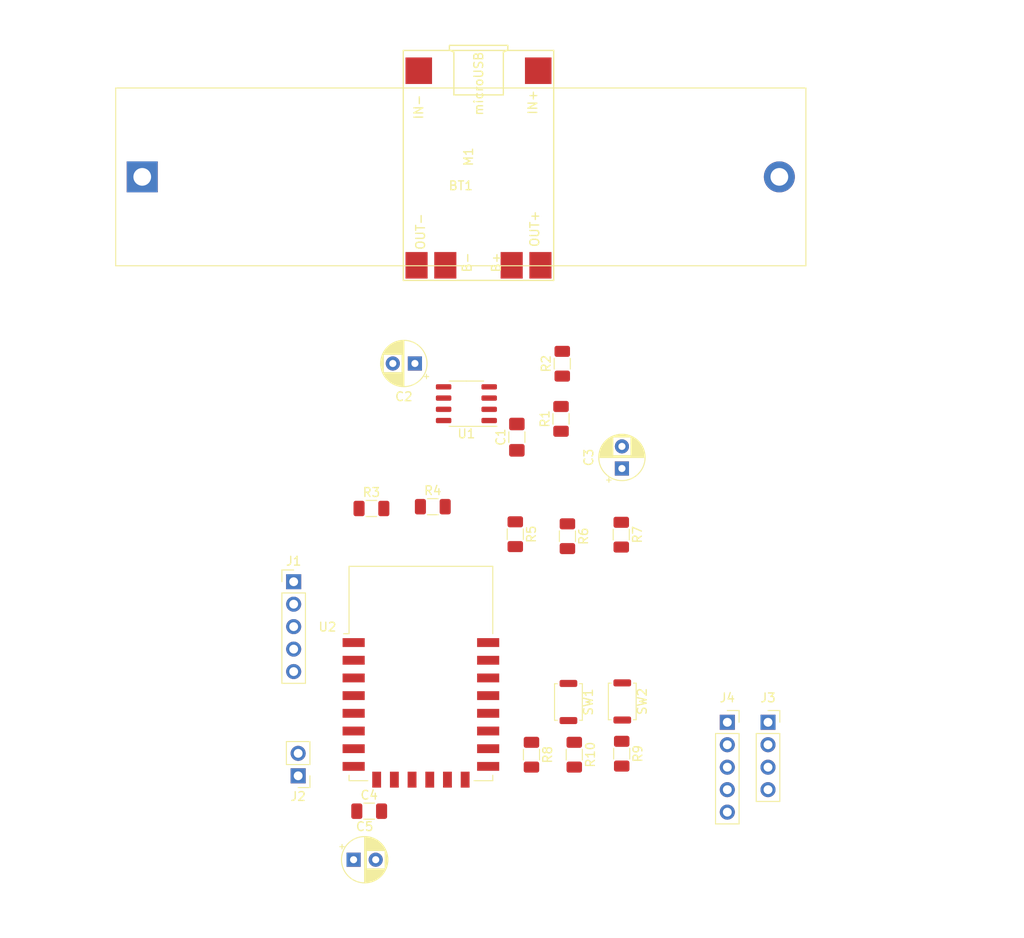
<source format=kicad_pcb>
(kicad_pcb (version 20171130) (host pcbnew 5.1.4-e60b266~84~ubuntu19.04.1)

  (general
    (thickness 1.6)
    (drawings 6)
    (tracks 0)
    (zones 0)
    (modules 25)
    (nets 19)
  )

  (page A4)
  (layers
    (0 F.Cu signal)
    (31 B.Cu signal)
    (32 B.Adhes user)
    (33 F.Adhes user)
    (34 B.Paste user)
    (35 F.Paste user)
    (36 B.SilkS user)
    (37 F.SilkS user)
    (38 B.Mask user)
    (39 F.Mask user)
    (40 Dwgs.User user)
    (41 Cmts.User user)
    (42 Eco1.User user)
    (43 Eco2.User user)
    (44 Edge.Cuts user)
    (45 Margin user)
    (46 B.CrtYd user)
    (47 F.CrtYd user)
    (48 B.Fab user)
    (49 F.Fab user)
  )

  (setup
    (last_trace_width 0.25)
    (trace_clearance 0.2)
    (zone_clearance 0.508)
    (zone_45_only no)
    (trace_min 0.2)
    (via_size 0.8)
    (via_drill 0.4)
    (via_min_size 0.4)
    (via_min_drill 0.3)
    (uvia_size 0.3)
    (uvia_drill 0.1)
    (uvias_allowed no)
    (uvia_min_size 0.2)
    (uvia_min_drill 0.1)
    (edge_width 0.05)
    (segment_width 0.2)
    (pcb_text_width 0.3)
    (pcb_text_size 1.5 1.5)
    (mod_edge_width 0.12)
    (mod_text_size 1 1)
    (mod_text_width 0.15)
    (pad_size 1.524 1.524)
    (pad_drill 0.762)
    (pad_to_mask_clearance 0.051)
    (solder_mask_min_width 0.25)
    (aux_axis_origin 0 0)
    (visible_elements FFFFFF7F)
    (pcbplotparams
      (layerselection 0x010fc_ffffffff)
      (usegerberextensions false)
      (usegerberattributes false)
      (usegerberadvancedattributes false)
      (creategerberjobfile false)
      (excludeedgelayer true)
      (linewidth 0.100000)
      (plotframeref false)
      (viasonmask false)
      (mode 1)
      (useauxorigin false)
      (hpglpennumber 1)
      (hpglpenspeed 20)
      (hpglpendiameter 15.000000)
      (psnegative false)
      (psa4output false)
      (plotreference true)
      (plotvalue true)
      (plotinvisibletext false)
      (padsonsilk false)
      (subtractmaskfromsilk false)
      (outputformat 1)
      (mirror false)
      (drillshape 1)
      (scaleselection 1)
      (outputdirectory ""))
  )

  (net 0 "")
  (net 1 "Net-(BT1-Pad1)")
  (net 2 "Net-(BT1-Pad2)")
  (net 3 "Net-(C1-Pad2)")
  (net 4 "Net-(C2-Pad1)")
  (net 5 "Net-(R1-Pad2)")
  (net 6 ADC)
  (net 7 PWR)
  (net 8 GND)
  (net 9 DTR)
  (net 10 RXD)
  (net 11 TXD)
  (net 12 RST)
  (net 13 "Net-(R5-Pad2)")
  (net 14 "Net-(R8-Pad1)")
  (net 15 "Net-(R9-Pad1)")
  (net 16 "Net-(R10-Pad1)")
  (net 17 SDA)
  (net 18 SCL)

  (net_class Default "This is the default net class."
    (clearance 0.2)
    (trace_width 0.25)
    (via_dia 0.8)
    (via_drill 0.4)
    (uvia_dia 0.3)
    (uvia_drill 0.1)
    (add_net ADC)
    (add_net DTR)
    (add_net GND)
    (add_net "Net-(BT1-Pad1)")
    (add_net "Net-(BT1-Pad2)")
    (add_net "Net-(C1-Pad2)")
    (add_net "Net-(C2-Pad1)")
    (add_net "Net-(R1-Pad2)")
    (add_net "Net-(R10-Pad1)")
    (add_net "Net-(R5-Pad2)")
    (add_net "Net-(R8-Pad1)")
    (add_net "Net-(R9-Pad1)")
    (add_net PWR)
    (add_net RST)
    (add_net RXD)
    (add_net SCL)
    (add_net SDA)
    (add_net TXD)
  )

  (module Connector_PinSocket_2.54mm:PinSocket_1x05_P2.54mm_Vertical (layer F.Cu) (tedit 5A19A420) (tstamp 5D6B1747)
    (at 102.119401 95.671001)
    (descr "Through hole straight socket strip, 1x05, 2.54mm pitch, single row (from Kicad 4.0.7), script generated")
    (tags "Through hole socket strip THT 1x05 2.54mm single row")
    (path /5D79AF1B)
    (fp_text reference J4 (at 0 -2.77) (layer F.SilkS)
      (effects (font (size 1 1) (thickness 0.15)))
    )
    (fp_text value BH1750 (at 0 12.93) (layer F.Fab)
      (effects (font (size 1 1) (thickness 0.15)))
    )
    (fp_text user %R (at 0 5.08 90) (layer F.Fab)
      (effects (font (size 1 1) (thickness 0.15)))
    )
    (fp_line (start -1.8 11.9) (end -1.8 -1.8) (layer F.CrtYd) (width 0.05))
    (fp_line (start 1.75 11.9) (end -1.8 11.9) (layer F.CrtYd) (width 0.05))
    (fp_line (start 1.75 -1.8) (end 1.75 11.9) (layer F.CrtYd) (width 0.05))
    (fp_line (start -1.8 -1.8) (end 1.75 -1.8) (layer F.CrtYd) (width 0.05))
    (fp_line (start 0 -1.33) (end 1.33 -1.33) (layer F.SilkS) (width 0.12))
    (fp_line (start 1.33 -1.33) (end 1.33 0) (layer F.SilkS) (width 0.12))
    (fp_line (start 1.33 1.27) (end 1.33 11.49) (layer F.SilkS) (width 0.12))
    (fp_line (start -1.33 11.49) (end 1.33 11.49) (layer F.SilkS) (width 0.12))
    (fp_line (start -1.33 1.27) (end -1.33 11.49) (layer F.SilkS) (width 0.12))
    (fp_line (start -1.33 1.27) (end 1.33 1.27) (layer F.SilkS) (width 0.12))
    (fp_line (start -1.27 11.43) (end -1.27 -1.27) (layer F.Fab) (width 0.1))
    (fp_line (start 1.27 11.43) (end -1.27 11.43) (layer F.Fab) (width 0.1))
    (fp_line (start 1.27 -0.635) (end 1.27 11.43) (layer F.Fab) (width 0.1))
    (fp_line (start 0.635 -1.27) (end 1.27 -0.635) (layer F.Fab) (width 0.1))
    (fp_line (start -1.27 -1.27) (end 0.635 -1.27) (layer F.Fab) (width 0.1))
    (pad 5 thru_hole oval (at 0 10.16) (size 1.7 1.7) (drill 1) (layers *.Cu *.Mask))
    (pad 4 thru_hole oval (at 0 7.62) (size 1.7 1.7) (drill 1) (layers *.Cu *.Mask)
      (net 17 SDA))
    (pad 3 thru_hole oval (at 0 5.08) (size 1.7 1.7) (drill 1) (layers *.Cu *.Mask)
      (net 18 SCL))
    (pad 2 thru_hole oval (at 0 2.54) (size 1.7 1.7) (drill 1) (layers *.Cu *.Mask)
      (net 8 GND))
    (pad 1 thru_hole rect (at 0 0) (size 1.7 1.7) (drill 1) (layers *.Cu *.Mask)
      (net 7 PWR))
    (model ${KISYS3DMOD}/Connector_PinSocket_2.54mm.3dshapes/PinSocket_1x05_P2.54mm_Vertical.wrl
      (at (xyz 0 0 0))
      (scale (xyz 1 1 1))
      (rotate (xyz 0 0 0))
    )
  )

  (module Connector_PinSocket_2.54mm:PinSocket_1x04_P2.54mm_Vertical (layer F.Cu) (tedit 5A19A429) (tstamp 5D6B172E)
    (at 106.719401 95.671001)
    (descr "Through hole straight socket strip, 1x04, 2.54mm pitch, single row (from Kicad 4.0.7), script generated")
    (tags "Through hole socket strip THT 1x04 2.54mm single row")
    (path /5D79A015)
    (fp_text reference J3 (at 0 -2.77) (layer F.SilkS)
      (effects (font (size 1 1) (thickness 0.15)))
    )
    (fp_text value SHT21 (at 0 10.39) (layer F.Fab)
      (effects (font (size 1 1) (thickness 0.15)))
    )
    (fp_text user %R (at 0 3.81 90) (layer F.Fab)
      (effects (font (size 1 1) (thickness 0.15)))
    )
    (fp_line (start -1.8 9.4) (end -1.8 -1.8) (layer F.CrtYd) (width 0.05))
    (fp_line (start 1.75 9.4) (end -1.8 9.4) (layer F.CrtYd) (width 0.05))
    (fp_line (start 1.75 -1.8) (end 1.75 9.4) (layer F.CrtYd) (width 0.05))
    (fp_line (start -1.8 -1.8) (end 1.75 -1.8) (layer F.CrtYd) (width 0.05))
    (fp_line (start 0 -1.33) (end 1.33 -1.33) (layer F.SilkS) (width 0.12))
    (fp_line (start 1.33 -1.33) (end 1.33 0) (layer F.SilkS) (width 0.12))
    (fp_line (start 1.33 1.27) (end 1.33 8.95) (layer F.SilkS) (width 0.12))
    (fp_line (start -1.33 8.95) (end 1.33 8.95) (layer F.SilkS) (width 0.12))
    (fp_line (start -1.33 1.27) (end -1.33 8.95) (layer F.SilkS) (width 0.12))
    (fp_line (start -1.33 1.27) (end 1.33 1.27) (layer F.SilkS) (width 0.12))
    (fp_line (start -1.27 8.89) (end -1.27 -1.27) (layer F.Fab) (width 0.1))
    (fp_line (start 1.27 8.89) (end -1.27 8.89) (layer F.Fab) (width 0.1))
    (fp_line (start 1.27 -0.635) (end 1.27 8.89) (layer F.Fab) (width 0.1))
    (fp_line (start 0.635 -1.27) (end 1.27 -0.635) (layer F.Fab) (width 0.1))
    (fp_line (start -1.27 -1.27) (end 0.635 -1.27) (layer F.Fab) (width 0.1))
    (pad 4 thru_hole oval (at 0 7.62) (size 1.7 1.7) (drill 1) (layers *.Cu *.Mask)
      (net 17 SDA))
    (pad 3 thru_hole oval (at 0 5.08) (size 1.7 1.7) (drill 1) (layers *.Cu *.Mask)
      (net 18 SCL))
    (pad 2 thru_hole oval (at 0 2.54) (size 1.7 1.7) (drill 1) (layers *.Cu *.Mask)
      (net 8 GND))
    (pad 1 thru_hole rect (at 0 0) (size 1.7 1.7) (drill 1) (layers *.Cu *.Mask)
      (net 7 PWR))
    (model ${KISYS3DMOD}/Connector_PinSocket_2.54mm.3dshapes/PinSocket_1x04_P2.54mm_Vertical.wrl
      (at (xyz 0 0 0))
      (scale (xyz 1 1 1))
      (rotate (xyz 0 0 0))
    )
  )

  (module Connector_PinHeader_2.54mm:PinHeader_1x02_P2.54mm_Vertical (layer F.Cu) (tedit 59FED5CC) (tstamp 5D6AC6F1)
    (at 53.6207 101.7229 180)
    (descr "Through hole straight pin header, 1x02, 2.54mm pitch, single row")
    (tags "Through hole pin header THT 1x02 2.54mm single row")
    (path /5D771000)
    (fp_text reference J2 (at 0 -2.33) (layer F.SilkS)
      (effects (font (size 1 1) (thickness 0.15)))
    )
    (fp_text value SLP (at 0 4.87) (layer F.Fab)
      (effects (font (size 1 1) (thickness 0.15)))
    )
    (fp_text user %R (at 0 1.27 90) (layer F.Fab)
      (effects (font (size 1 1) (thickness 0.15)))
    )
    (fp_line (start 1.8 -1.8) (end -1.8 -1.8) (layer F.CrtYd) (width 0.05))
    (fp_line (start 1.8 4.35) (end 1.8 -1.8) (layer F.CrtYd) (width 0.05))
    (fp_line (start -1.8 4.35) (end 1.8 4.35) (layer F.CrtYd) (width 0.05))
    (fp_line (start -1.8 -1.8) (end -1.8 4.35) (layer F.CrtYd) (width 0.05))
    (fp_line (start -1.33 -1.33) (end 0 -1.33) (layer F.SilkS) (width 0.12))
    (fp_line (start -1.33 0) (end -1.33 -1.33) (layer F.SilkS) (width 0.12))
    (fp_line (start -1.33 1.27) (end 1.33 1.27) (layer F.SilkS) (width 0.12))
    (fp_line (start 1.33 1.27) (end 1.33 3.87) (layer F.SilkS) (width 0.12))
    (fp_line (start -1.33 1.27) (end -1.33 3.87) (layer F.SilkS) (width 0.12))
    (fp_line (start -1.33 3.87) (end 1.33 3.87) (layer F.SilkS) (width 0.12))
    (fp_line (start -1.27 -0.635) (end -0.635 -1.27) (layer F.Fab) (width 0.1))
    (fp_line (start -1.27 3.81) (end -1.27 -0.635) (layer F.Fab) (width 0.1))
    (fp_line (start 1.27 3.81) (end -1.27 3.81) (layer F.Fab) (width 0.1))
    (fp_line (start 1.27 -1.27) (end 1.27 3.81) (layer F.Fab) (width 0.1))
    (fp_line (start -0.635 -1.27) (end 1.27 -1.27) (layer F.Fab) (width 0.1))
    (pad 2 thru_hole oval (at 0 2.54 180) (size 1.7 1.7) (drill 1) (layers *.Cu *.Mask)
      (net 12 RST))
    (pad 1 thru_hole rect (at 0 0 180) (size 1.7 1.7) (drill 1) (layers *.Cu *.Mask)
      (net 8 GND))
    (model ${KISYS3DMOD}/Connector_PinHeader_2.54mm.3dshapes/PinHeader_1x02_P2.54mm_Vertical.wrl
      (at (xyz 0 0 0))
      (scale (xyz 1 1 1))
      (rotate (xyz 0 0 0))
    )
  )

  (module RF_Module:ESP-12E (layer F.Cu) (tedit 5A030172) (tstamp 5D6AC8AA)
    (at 67.4916 90.1575)
    (descr "Wi-Fi Module, http://wiki.ai-thinker.com/_media/esp8266/docs/aithinker_esp_12f_datasheet_en.pdf")
    (tags "Wi-Fi Module")
    (path /5D6A8A24)
    (attr smd)
    (fp_text reference U2 (at -10.56 -5.26) (layer F.SilkS)
      (effects (font (size 1 1) (thickness 0.15)))
    )
    (fp_text value ESP-12F (at -0.06 -12.78) (layer F.Fab)
      (effects (font (size 1 1) (thickness 0.15)))
    )
    (fp_line (start 5.56 -4.8) (end 8.12 -7.36) (layer Dwgs.User) (width 0.12))
    (fp_line (start 2.56 -4.8) (end 8.12 -10.36) (layer Dwgs.User) (width 0.12))
    (fp_line (start -0.44 -4.8) (end 6.88 -12.12) (layer Dwgs.User) (width 0.12))
    (fp_line (start -3.44 -4.8) (end 3.88 -12.12) (layer Dwgs.User) (width 0.12))
    (fp_line (start -6.44 -4.8) (end 0.88 -12.12) (layer Dwgs.User) (width 0.12))
    (fp_line (start -8.12 -6.12) (end -2.12 -12.12) (layer Dwgs.User) (width 0.12))
    (fp_line (start -8.12 -9.12) (end -5.12 -12.12) (layer Dwgs.User) (width 0.12))
    (fp_line (start -8.12 -4.8) (end -8.12 -12.12) (layer Dwgs.User) (width 0.12))
    (fp_line (start 8.12 -4.8) (end -8.12 -4.8) (layer Dwgs.User) (width 0.12))
    (fp_line (start 8.12 -12.12) (end 8.12 -4.8) (layer Dwgs.User) (width 0.12))
    (fp_line (start -8.12 -12.12) (end 8.12 -12.12) (layer Dwgs.User) (width 0.12))
    (fp_line (start -8.12 -4.5) (end -8.73 -4.5) (layer F.SilkS) (width 0.12))
    (fp_line (start -8.12 -4.5) (end -8.12 -12.12) (layer F.SilkS) (width 0.12))
    (fp_line (start -8.12 12.12) (end -8.12 11.5) (layer F.SilkS) (width 0.12))
    (fp_line (start -6 12.12) (end -8.12 12.12) (layer F.SilkS) (width 0.12))
    (fp_line (start 8.12 12.12) (end 6 12.12) (layer F.SilkS) (width 0.12))
    (fp_line (start 8.12 11.5) (end 8.12 12.12) (layer F.SilkS) (width 0.12))
    (fp_line (start 8.12 -12.12) (end 8.12 -4.5) (layer F.SilkS) (width 0.12))
    (fp_line (start -8.12 -12.12) (end 8.12 -12.12) (layer F.SilkS) (width 0.12))
    (fp_line (start -9.05 13.1) (end -9.05 -12.2) (layer F.CrtYd) (width 0.05))
    (fp_line (start 9.05 13.1) (end -9.05 13.1) (layer F.CrtYd) (width 0.05))
    (fp_line (start 9.05 -12.2) (end 9.05 13.1) (layer F.CrtYd) (width 0.05))
    (fp_line (start -9.05 -12.2) (end 9.05 -12.2) (layer F.CrtYd) (width 0.05))
    (fp_line (start -8 -4) (end -8 -12) (layer F.Fab) (width 0.12))
    (fp_line (start -7.5 -3.5) (end -8 -4) (layer F.Fab) (width 0.12))
    (fp_line (start -8 -3) (end -7.5 -3.5) (layer F.Fab) (width 0.12))
    (fp_line (start -8 12) (end -8 -3) (layer F.Fab) (width 0.12))
    (fp_line (start 8 12) (end -8 12) (layer F.Fab) (width 0.12))
    (fp_line (start 8 -12) (end 8 12) (layer F.Fab) (width 0.12))
    (fp_line (start -8 -12) (end 8 -12) (layer F.Fab) (width 0.12))
    (fp_text user %R (at 0.49 -0.8) (layer F.Fab)
      (effects (font (size 1 1) (thickness 0.15)))
    )
    (fp_text user "KEEP-OUT ZONE" (at 0.03 -9.55 180) (layer Cmts.User)
      (effects (font (size 1 1) (thickness 0.15)))
    )
    (fp_text user Antenna (at -0.06 -7 180) (layer Cmts.User)
      (effects (font (size 1 1) (thickness 0.15)))
    )
    (pad 22 smd rect (at 7.6 -3.5) (size 2.5 1) (layers F.Cu F.Paste F.Mask)
      (net 11 TXD))
    (pad 21 smd rect (at 7.6 -1.5) (size 2.5 1) (layers F.Cu F.Paste F.Mask)
      (net 10 RXD))
    (pad 20 smd rect (at 7.6 0.5) (size 2.5 1) (layers F.Cu F.Paste F.Mask)
      (net 18 SCL))
    (pad 19 smd rect (at 7.6 2.5) (size 2.5 1) (layers F.Cu F.Paste F.Mask)
      (net 17 SDA))
    (pad 18 smd rect (at 7.6 4.5) (size 2.5 1) (layers F.Cu F.Paste F.Mask)
      (net 9 DTR))
    (pad 17 smd rect (at 7.6 6.5) (size 2.5 1) (layers F.Cu F.Paste F.Mask))
    (pad 16 smd rect (at 7.6 8.5) (size 2.5 1) (layers F.Cu F.Paste F.Mask)
      (net 14 "Net-(R8-Pad1)"))
    (pad 15 smd rect (at 7.6 10.5) (size 2.5 1) (layers F.Cu F.Paste F.Mask)
      (net 8 GND))
    (pad 14 smd rect (at 5 12) (size 1 1.8) (layers F.Cu F.Paste F.Mask))
    (pad 13 smd rect (at 3 12) (size 1 1.8) (layers F.Cu F.Paste F.Mask))
    (pad 12 smd rect (at 1 12) (size 1 1.8) (layers F.Cu F.Paste F.Mask))
    (pad 11 smd rect (at -1 12) (size 1 1.8) (layers F.Cu F.Paste F.Mask))
    (pad 10 smd rect (at -3 12) (size 1 1.8) (layers F.Cu F.Paste F.Mask))
    (pad 9 smd rect (at -5 12) (size 1 1.8) (layers F.Cu F.Paste F.Mask))
    (pad 8 smd rect (at -7.6 10.5) (size 2.5 1) (layers F.Cu F.Paste F.Mask)
      (net 7 PWR))
    (pad 7 smd rect (at -7.6 8.5) (size 2.5 1) (layers F.Cu F.Paste F.Mask))
    (pad 6 smd rect (at -7.6 6.5) (size 2.5 1) (layers F.Cu F.Paste F.Mask))
    (pad 5 smd rect (at -7.6 4.5) (size 2.5 1) (layers F.Cu F.Paste F.Mask))
    (pad 4 smd rect (at -7.6 2.5) (size 2.5 1) (layers F.Cu F.Paste F.Mask)
      (net 8 GND))
    (pad 3 smd rect (at -7.6 0.5) (size 2.5 1) (layers F.Cu F.Paste F.Mask)
      (net 13 "Net-(R5-Pad2)"))
    (pad 2 smd rect (at -7.6 -1.5) (size 2.5 1) (layers F.Cu F.Paste F.Mask)
      (net 6 ADC))
    (pad 1 smd rect (at -7.6 -3.5) (size 2.5 1) (layers F.Cu F.Paste F.Mask)
      (net 12 RST))
    (model ${KISYS3DMOD}/RF_Module.3dshapes/ESP-12E.wrl
      (at (xyz 0 0 0))
      (scale (xyz 1 1 1))
      (rotate (xyz 0 0 0))
    )
  )

  (module Button_Switch_SMD:SW_Push_SPST_NO_Alps_SKRK (layer F.Cu) (tedit 5C2A8900) (tstamp 5D6AC83D)
    (at 90.2475 93.3155 270)
    (descr http://www.alps.com/prod/info/E/HTML/Tact/SurfaceMount/SKRK/SKRKAHE020.html)
    (tags "SMD SMT button")
    (path /5D6D33F1)
    (attr smd)
    (fp_text reference SW2 (at 0 -2.25 90) (layer F.SilkS)
      (effects (font (size 1 1) (thickness 0.15)))
    )
    (fp_text value PRG (at 0 2.5 90) (layer F.Fab)
      (effects (font (size 1 1) (thickness 0.15)))
    )
    (fp_line (start 2.07 -1.57) (end 2.07 -1.27) (layer F.SilkS) (width 0.12))
    (fp_line (start -2.07 1.57) (end -2.07 1.27) (layer F.SilkS) (width 0.12))
    (fp_line (start 1.95 -1.45) (end 1.95 1.45) (layer F.Fab) (width 0.1))
    (fp_line (start -1.95 -1.45) (end 1.95 -1.45) (layer F.Fab) (width 0.1))
    (fp_line (start -1.95 1.45) (end -1.95 -1.45) (layer F.Fab) (width 0.1))
    (fp_line (start 1.95 1.45) (end -1.95 1.45) (layer F.Fab) (width 0.1))
    (fp_line (start -2.75 1.7) (end -2.75 -1.7) (layer F.CrtYd) (width 0.05))
    (fp_line (start 2.75 1.7) (end -2.75 1.7) (layer F.CrtYd) (width 0.05))
    (fp_line (start 2.75 -1.7) (end 2.75 1.7) (layer F.CrtYd) (width 0.05))
    (fp_line (start -2.75 -1.7) (end 2.75 -1.7) (layer F.CrtYd) (width 0.05))
    (fp_text user %R (at 0 0 90) (layer F.Fab)
      (effects (font (size 1 1) (thickness 0.15)))
    )
    (fp_circle (center 0 0) (end 1 0) (layer F.Fab) (width 0.1))
    (fp_line (start -2.07 -1.27) (end -2.07 -1.57) (layer F.SilkS) (width 0.12))
    (fp_line (start 2.07 1.57) (end -2.07 1.57) (layer F.SilkS) (width 0.12))
    (fp_line (start 2.07 1.27) (end 2.07 1.57) (layer F.SilkS) (width 0.12))
    (fp_line (start -2.07 -1.57) (end 2.07 -1.57) (layer F.SilkS) (width 0.12))
    (pad 1 smd roundrect (at -2.1 0 270) (size 0.8 2) (layers F.Cu F.Paste F.Mask) (roundrect_rratio 0.25)
      (net 9 DTR))
    (pad 2 smd roundrect (at 2.1 0 270) (size 0.8 2) (layers F.Cu F.Paste F.Mask) (roundrect_rratio 0.25)
      (net 15 "Net-(R9-Pad1)"))
    (model ${KISYS3DMOD}/Button_Switch_SMD.3dshapes/SW_Push_SPST_NO_Alps_SKRK.wrl
      (at (xyz 0 0 0))
      (scale (xyz 1 1 1))
      (rotate (xyz 0 0 0))
    )
  )

  (module Button_Switch_SMD:SW_Push_SPST_NO_Alps_SKRK (layer F.Cu) (tedit 5C2A8900) (tstamp 5D6AE02A)
    (at 84.1642 93.379 270)
    (descr http://www.alps.com/prod/info/E/HTML/Tact/SurfaceMount/SKRK/SKRKAHE020.html)
    (tags "SMD SMT button")
    (path /5D6D1DBE)
    (attr smd)
    (fp_text reference SW1 (at 0 -2.25 90) (layer F.SilkS)
      (effects (font (size 1 1) (thickness 0.15)))
    )
    (fp_text value RST (at 0 2.5 90) (layer F.Fab)
      (effects (font (size 1 1) (thickness 0.15)))
    )
    (fp_line (start 2.07 -1.57) (end 2.07 -1.27) (layer F.SilkS) (width 0.12))
    (fp_line (start -2.07 1.57) (end -2.07 1.27) (layer F.SilkS) (width 0.12))
    (fp_line (start 1.95 -1.45) (end 1.95 1.45) (layer F.Fab) (width 0.1))
    (fp_line (start -1.95 -1.45) (end 1.95 -1.45) (layer F.Fab) (width 0.1))
    (fp_line (start -1.95 1.45) (end -1.95 -1.45) (layer F.Fab) (width 0.1))
    (fp_line (start 1.95 1.45) (end -1.95 1.45) (layer F.Fab) (width 0.1))
    (fp_line (start -2.75 1.7) (end -2.75 -1.7) (layer F.CrtYd) (width 0.05))
    (fp_line (start 2.75 1.7) (end -2.75 1.7) (layer F.CrtYd) (width 0.05))
    (fp_line (start 2.75 -1.7) (end 2.75 1.7) (layer F.CrtYd) (width 0.05))
    (fp_line (start -2.75 -1.7) (end 2.75 -1.7) (layer F.CrtYd) (width 0.05))
    (fp_text user %R (at 0 0 90) (layer F.Fab)
      (effects (font (size 1 1) (thickness 0.15)))
    )
    (fp_circle (center 0 0) (end 1 0) (layer F.Fab) (width 0.1))
    (fp_line (start -2.07 -1.27) (end -2.07 -1.57) (layer F.SilkS) (width 0.12))
    (fp_line (start 2.07 1.57) (end -2.07 1.57) (layer F.SilkS) (width 0.12))
    (fp_line (start 2.07 1.27) (end 2.07 1.57) (layer F.SilkS) (width 0.12))
    (fp_line (start -2.07 -1.57) (end 2.07 -1.57) (layer F.SilkS) (width 0.12))
    (pad 1 smd roundrect (at -2.1 0 270) (size 0.8 2) (layers F.Cu F.Paste F.Mask) (roundrect_rratio 0.25)
      (net 12 RST))
    (pad 2 smd roundrect (at 2.1 0 270) (size 0.8 2) (layers F.Cu F.Paste F.Mask) (roundrect_rratio 0.25)
      (net 16 "Net-(R10-Pad1)"))
    (model ${KISYS3DMOD}/Button_Switch_SMD.3dshapes/SW_Push_SPST_NO_Alps_SKRK.wrl
      (at (xyz 0 0 0))
      (scale (xyz 1 1 1))
      (rotate (xyz 0 0 0))
    )
  )

  (module Resistor_SMD:R_1206_3216Metric (layer F.Cu) (tedit 5B301BBD) (tstamp 5D6AC811)
    (at 84.8246 99.3353 270)
    (descr "Resistor SMD 1206 (3216 Metric), square (rectangular) end terminal, IPC_7351 nominal, (Body size source: http://www.tortai-tech.com/upload/download/2011102023233369053.pdf), generated with kicad-footprint-generator")
    (tags resistor)
    (path /5D7184D9)
    (attr smd)
    (fp_text reference R10 (at 0 -1.82 90) (layer F.SilkS)
      (effects (font (size 1 1) (thickness 0.15)))
    )
    (fp_text value 470 (at 0 1.82 90) (layer F.Fab)
      (effects (font (size 1 1) (thickness 0.15)))
    )
    (fp_text user %R (at 0 0 90) (layer F.Fab)
      (effects (font (size 0.8 0.8) (thickness 0.12)))
    )
    (fp_line (start 2.28 1.12) (end -2.28 1.12) (layer F.CrtYd) (width 0.05))
    (fp_line (start 2.28 -1.12) (end 2.28 1.12) (layer F.CrtYd) (width 0.05))
    (fp_line (start -2.28 -1.12) (end 2.28 -1.12) (layer F.CrtYd) (width 0.05))
    (fp_line (start -2.28 1.12) (end -2.28 -1.12) (layer F.CrtYd) (width 0.05))
    (fp_line (start -0.602064 0.91) (end 0.602064 0.91) (layer F.SilkS) (width 0.12))
    (fp_line (start -0.602064 -0.91) (end 0.602064 -0.91) (layer F.SilkS) (width 0.12))
    (fp_line (start 1.6 0.8) (end -1.6 0.8) (layer F.Fab) (width 0.1))
    (fp_line (start 1.6 -0.8) (end 1.6 0.8) (layer F.Fab) (width 0.1))
    (fp_line (start -1.6 -0.8) (end 1.6 -0.8) (layer F.Fab) (width 0.1))
    (fp_line (start -1.6 0.8) (end -1.6 -0.8) (layer F.Fab) (width 0.1))
    (pad 2 smd roundrect (at 1.4 0 270) (size 1.25 1.75) (layers F.Cu F.Paste F.Mask) (roundrect_rratio 0.2)
      (net 8 GND))
    (pad 1 smd roundrect (at -1.4 0 270) (size 1.25 1.75) (layers F.Cu F.Paste F.Mask) (roundrect_rratio 0.2)
      (net 16 "Net-(R10-Pad1)"))
    (model ${KISYS3DMOD}/Resistor_SMD.3dshapes/R_1206_3216Metric.wrl
      (at (xyz 0 0 0))
      (scale (xyz 1 1 1))
      (rotate (xyz 0 0 0))
    )
  )

  (module Resistor_SMD:R_1206_3216Metric (layer F.Cu) (tedit 5B301BBD) (tstamp 5D6AE452)
    (at 90.184 99.221 270)
    (descr "Resistor SMD 1206 (3216 Metric), square (rectangular) end terminal, IPC_7351 nominal, (Body size source: http://www.tortai-tech.com/upload/download/2011102023233369053.pdf), generated with kicad-footprint-generator")
    (tags resistor)
    (path /5D6D5B7D)
    (attr smd)
    (fp_text reference R9 (at 0 -1.82 90) (layer F.SilkS)
      (effects (font (size 1 1) (thickness 0.15)))
    )
    (fp_text value 470 (at 0 1.82 90) (layer F.Fab)
      (effects (font (size 1 1) (thickness 0.15)))
    )
    (fp_text user %R (at 0 0 90) (layer F.Fab)
      (effects (font (size 0.8 0.8) (thickness 0.12)))
    )
    (fp_line (start 2.28 1.12) (end -2.28 1.12) (layer F.CrtYd) (width 0.05))
    (fp_line (start 2.28 -1.12) (end 2.28 1.12) (layer F.CrtYd) (width 0.05))
    (fp_line (start -2.28 -1.12) (end 2.28 -1.12) (layer F.CrtYd) (width 0.05))
    (fp_line (start -2.28 1.12) (end -2.28 -1.12) (layer F.CrtYd) (width 0.05))
    (fp_line (start -0.602064 0.91) (end 0.602064 0.91) (layer F.SilkS) (width 0.12))
    (fp_line (start -0.602064 -0.91) (end 0.602064 -0.91) (layer F.SilkS) (width 0.12))
    (fp_line (start 1.6 0.8) (end -1.6 0.8) (layer F.Fab) (width 0.1))
    (fp_line (start 1.6 -0.8) (end 1.6 0.8) (layer F.Fab) (width 0.1))
    (fp_line (start -1.6 -0.8) (end 1.6 -0.8) (layer F.Fab) (width 0.1))
    (fp_line (start -1.6 0.8) (end -1.6 -0.8) (layer F.Fab) (width 0.1))
    (pad 2 smd roundrect (at 1.4 0 270) (size 1.25 1.75) (layers F.Cu F.Paste F.Mask) (roundrect_rratio 0.2)
      (net 8 GND))
    (pad 1 smd roundrect (at -1.4 0 270) (size 1.25 1.75) (layers F.Cu F.Paste F.Mask) (roundrect_rratio 0.2)
      (net 15 "Net-(R9-Pad1)"))
    (model ${KISYS3DMOD}/Resistor_SMD.3dshapes/R_1206_3216Metric.wrl
      (at (xyz 0 0 0))
      (scale (xyz 1 1 1))
      (rotate (xyz 0 0 0))
    )
  )

  (module Resistor_SMD:R_1206_3216Metric (layer F.Cu) (tedit 5B301BBD) (tstamp 5D6AC7EF)
    (at 79.9859 99.3353 270)
    (descr "Resistor SMD 1206 (3216 Metric), square (rectangular) end terminal, IPC_7351 nominal, (Body size source: http://www.tortai-tech.com/upload/download/2011102023233369053.pdf), generated with kicad-footprint-generator")
    (tags resistor)
    (path /5D6C3A00)
    (attr smd)
    (fp_text reference R8 (at 0 -1.82 90) (layer F.SilkS)
      (effects (font (size 1 1) (thickness 0.15)))
    )
    (fp_text value 10k (at 0 1.82 90) (layer F.Fab)
      (effects (font (size 1 1) (thickness 0.15)))
    )
    (fp_text user %R (at 0 0 90) (layer F.Fab)
      (effects (font (size 0.8 0.8) (thickness 0.12)))
    )
    (fp_line (start 2.28 1.12) (end -2.28 1.12) (layer F.CrtYd) (width 0.05))
    (fp_line (start 2.28 -1.12) (end 2.28 1.12) (layer F.CrtYd) (width 0.05))
    (fp_line (start -2.28 -1.12) (end 2.28 -1.12) (layer F.CrtYd) (width 0.05))
    (fp_line (start -2.28 1.12) (end -2.28 -1.12) (layer F.CrtYd) (width 0.05))
    (fp_line (start -0.602064 0.91) (end 0.602064 0.91) (layer F.SilkS) (width 0.12))
    (fp_line (start -0.602064 -0.91) (end 0.602064 -0.91) (layer F.SilkS) (width 0.12))
    (fp_line (start 1.6 0.8) (end -1.6 0.8) (layer F.Fab) (width 0.1))
    (fp_line (start 1.6 -0.8) (end 1.6 0.8) (layer F.Fab) (width 0.1))
    (fp_line (start -1.6 -0.8) (end 1.6 -0.8) (layer F.Fab) (width 0.1))
    (fp_line (start -1.6 0.8) (end -1.6 -0.8) (layer F.Fab) (width 0.1))
    (pad 2 smd roundrect (at 1.4 0 270) (size 1.25 1.75) (layers F.Cu F.Paste F.Mask) (roundrect_rratio 0.2)
      (net 8 GND))
    (pad 1 smd roundrect (at -1.4 0 270) (size 1.25 1.75) (layers F.Cu F.Paste F.Mask) (roundrect_rratio 0.2)
      (net 14 "Net-(R8-Pad1)"))
    (model ${KISYS3DMOD}/Resistor_SMD.3dshapes/R_1206_3216Metric.wrl
      (at (xyz 0 0 0))
      (scale (xyz 1 1 1))
      (rotate (xyz 0 0 0))
    )
  )

  (module Resistor_SMD:R_1206_3216Metric (layer F.Cu) (tedit 5B301BBD) (tstamp 5D6AC7DE)
    (at 90.1332 74.456 270)
    (descr "Resistor SMD 1206 (3216 Metric), square (rectangular) end terminal, IPC_7351 nominal, (Body size source: http://www.tortai-tech.com/upload/download/2011102023233369053.pdf), generated with kicad-footprint-generator")
    (tags resistor)
    (path /5D6BDBD9)
    (attr smd)
    (fp_text reference R7 (at 0 -1.82 90) (layer F.SilkS)
      (effects (font (size 1 1) (thickness 0.15)))
    )
    (fp_text value 10k (at 0 1.82 90) (layer F.Fab)
      (effects (font (size 1 1) (thickness 0.15)))
    )
    (fp_text user %R (at 0 0 90) (layer F.Fab)
      (effects (font (size 0.8 0.8) (thickness 0.12)))
    )
    (fp_line (start 2.28 1.12) (end -2.28 1.12) (layer F.CrtYd) (width 0.05))
    (fp_line (start 2.28 -1.12) (end 2.28 1.12) (layer F.CrtYd) (width 0.05))
    (fp_line (start -2.28 -1.12) (end 2.28 -1.12) (layer F.CrtYd) (width 0.05))
    (fp_line (start -2.28 1.12) (end -2.28 -1.12) (layer F.CrtYd) (width 0.05))
    (fp_line (start -0.602064 0.91) (end 0.602064 0.91) (layer F.SilkS) (width 0.12))
    (fp_line (start -0.602064 -0.91) (end 0.602064 -0.91) (layer F.SilkS) (width 0.12))
    (fp_line (start 1.6 0.8) (end -1.6 0.8) (layer F.Fab) (width 0.1))
    (fp_line (start 1.6 -0.8) (end 1.6 0.8) (layer F.Fab) (width 0.1))
    (fp_line (start -1.6 -0.8) (end 1.6 -0.8) (layer F.Fab) (width 0.1))
    (fp_line (start -1.6 0.8) (end -1.6 -0.8) (layer F.Fab) (width 0.1))
    (pad 2 smd roundrect (at 1.4 0 270) (size 1.25 1.75) (layers F.Cu F.Paste F.Mask) (roundrect_rratio 0.2)
      (net 9 DTR))
    (pad 1 smd roundrect (at -1.4 0 270) (size 1.25 1.75) (layers F.Cu F.Paste F.Mask) (roundrect_rratio 0.2)
      (net 7 PWR))
    (model ${KISYS3DMOD}/Resistor_SMD.3dshapes/R_1206_3216Metric.wrl
      (at (xyz 0 0 0))
      (scale (xyz 1 1 1))
      (rotate (xyz 0 0 0))
    )
  )

  (module Resistor_SMD:R_1206_3216Metric (layer F.Cu) (tedit 5B301BBD) (tstamp 5D6AC7CD)
    (at 84.0499 74.6338 270)
    (descr "Resistor SMD 1206 (3216 Metric), square (rectangular) end terminal, IPC_7351 nominal, (Body size source: http://www.tortai-tech.com/upload/download/2011102023233369053.pdf), generated with kicad-footprint-generator")
    (tags resistor)
    (path /5D6B51A3)
    (attr smd)
    (fp_text reference R6 (at 0 -1.82 90) (layer F.SilkS)
      (effects (font (size 1 1) (thickness 0.15)))
    )
    (fp_text value 10k (at 0 1.82 90) (layer F.Fab)
      (effects (font (size 1 1) (thickness 0.15)))
    )
    (fp_text user %R (at 0 0 90) (layer F.Fab)
      (effects (font (size 0.8 0.8) (thickness 0.12)))
    )
    (fp_line (start 2.28 1.12) (end -2.28 1.12) (layer F.CrtYd) (width 0.05))
    (fp_line (start 2.28 -1.12) (end 2.28 1.12) (layer F.CrtYd) (width 0.05))
    (fp_line (start -2.28 -1.12) (end 2.28 -1.12) (layer F.CrtYd) (width 0.05))
    (fp_line (start -2.28 1.12) (end -2.28 -1.12) (layer F.CrtYd) (width 0.05))
    (fp_line (start -0.602064 0.91) (end 0.602064 0.91) (layer F.SilkS) (width 0.12))
    (fp_line (start -0.602064 -0.91) (end 0.602064 -0.91) (layer F.SilkS) (width 0.12))
    (fp_line (start 1.6 0.8) (end -1.6 0.8) (layer F.Fab) (width 0.1))
    (fp_line (start 1.6 -0.8) (end 1.6 0.8) (layer F.Fab) (width 0.1))
    (fp_line (start -1.6 -0.8) (end 1.6 -0.8) (layer F.Fab) (width 0.1))
    (fp_line (start -1.6 0.8) (end -1.6 -0.8) (layer F.Fab) (width 0.1))
    (pad 2 smd roundrect (at 1.4 0 270) (size 1.25 1.75) (layers F.Cu F.Paste F.Mask) (roundrect_rratio 0.2)
      (net 12 RST))
    (pad 1 smd roundrect (at -1.4 0 270) (size 1.25 1.75) (layers F.Cu F.Paste F.Mask) (roundrect_rratio 0.2)
      (net 7 PWR))
    (model ${KISYS3DMOD}/Resistor_SMD.3dshapes/R_1206_3216Metric.wrl
      (at (xyz 0 0 0))
      (scale (xyz 1 1 1))
      (rotate (xyz 0 0 0))
    )
  )

  (module Resistor_SMD:R_1206_3216Metric (layer F.Cu) (tedit 5B301BBD) (tstamp 5D6AE115)
    (at 78.1571 74.4052 270)
    (descr "Resistor SMD 1206 (3216 Metric), square (rectangular) end terminal, IPC_7351 nominal, (Body size source: http://www.tortai-tech.com/upload/download/2011102023233369053.pdf), generated with kicad-footprint-generator")
    (tags resistor)
    (path /5D6B49A1)
    (attr smd)
    (fp_text reference R5 (at 0 -1.82 90) (layer F.SilkS)
      (effects (font (size 1 1) (thickness 0.15)))
    )
    (fp_text value 10k (at 0 1.82 90) (layer F.Fab)
      (effects (font (size 1 1) (thickness 0.15)))
    )
    (fp_text user %R (at 0 0 90) (layer F.Fab)
      (effects (font (size 0.8 0.8) (thickness 0.12)))
    )
    (fp_line (start 2.28 1.12) (end -2.28 1.12) (layer F.CrtYd) (width 0.05))
    (fp_line (start 2.28 -1.12) (end 2.28 1.12) (layer F.CrtYd) (width 0.05))
    (fp_line (start -2.28 -1.12) (end 2.28 -1.12) (layer F.CrtYd) (width 0.05))
    (fp_line (start -2.28 1.12) (end -2.28 -1.12) (layer F.CrtYd) (width 0.05))
    (fp_line (start -0.602064 0.91) (end 0.602064 0.91) (layer F.SilkS) (width 0.12))
    (fp_line (start -0.602064 -0.91) (end 0.602064 -0.91) (layer F.SilkS) (width 0.12))
    (fp_line (start 1.6 0.8) (end -1.6 0.8) (layer F.Fab) (width 0.1))
    (fp_line (start 1.6 -0.8) (end 1.6 0.8) (layer F.Fab) (width 0.1))
    (fp_line (start -1.6 -0.8) (end 1.6 -0.8) (layer F.Fab) (width 0.1))
    (fp_line (start -1.6 0.8) (end -1.6 -0.8) (layer F.Fab) (width 0.1))
    (pad 2 smd roundrect (at 1.4 0 270) (size 1.25 1.75) (layers F.Cu F.Paste F.Mask) (roundrect_rratio 0.2)
      (net 13 "Net-(R5-Pad2)"))
    (pad 1 smd roundrect (at -1.4 0 270) (size 1.25 1.75) (layers F.Cu F.Paste F.Mask) (roundrect_rratio 0.2)
      (net 7 PWR))
    (model ${KISYS3DMOD}/Resistor_SMD.3dshapes/R_1206_3216Metric.wrl
      (at (xyz 0 0 0))
      (scale (xyz 1 1 1))
      (rotate (xyz 0 0 0))
    )
  )

  (module Connector_PinHeader_2.54mm:PinHeader_1x05_P2.54mm_Vertical (layer F.Cu) (tedit 59FED5CC) (tstamp 5D6AC6BE)
    (at 53.1127 79.7773)
    (descr "Through hole straight pin header, 1x05, 2.54mm pitch, single row")
    (tags "Through hole pin header THT 1x05 2.54mm single row")
    (path /5D70413A)
    (fp_text reference J1 (at 0 -2.33) (layer F.SilkS)
      (effects (font (size 1 1) (thickness 0.15)))
    )
    (fp_text value "Prog Pads" (at 0 12.49) (layer F.Fab)
      (effects (font (size 1 1) (thickness 0.15)))
    )
    (fp_text user %R (at 0 5.08 90) (layer F.Fab)
      (effects (font (size 1 1) (thickness 0.15)))
    )
    (fp_line (start 1.8 -1.8) (end -1.8 -1.8) (layer F.CrtYd) (width 0.05))
    (fp_line (start 1.8 11.95) (end 1.8 -1.8) (layer F.CrtYd) (width 0.05))
    (fp_line (start -1.8 11.95) (end 1.8 11.95) (layer F.CrtYd) (width 0.05))
    (fp_line (start -1.8 -1.8) (end -1.8 11.95) (layer F.CrtYd) (width 0.05))
    (fp_line (start -1.33 -1.33) (end 0 -1.33) (layer F.SilkS) (width 0.12))
    (fp_line (start -1.33 0) (end -1.33 -1.33) (layer F.SilkS) (width 0.12))
    (fp_line (start -1.33 1.27) (end 1.33 1.27) (layer F.SilkS) (width 0.12))
    (fp_line (start 1.33 1.27) (end 1.33 11.49) (layer F.SilkS) (width 0.12))
    (fp_line (start -1.33 1.27) (end -1.33 11.49) (layer F.SilkS) (width 0.12))
    (fp_line (start -1.33 11.49) (end 1.33 11.49) (layer F.SilkS) (width 0.12))
    (fp_line (start -1.27 -0.635) (end -0.635 -1.27) (layer F.Fab) (width 0.1))
    (fp_line (start -1.27 11.43) (end -1.27 -0.635) (layer F.Fab) (width 0.1))
    (fp_line (start 1.27 11.43) (end -1.27 11.43) (layer F.Fab) (width 0.1))
    (fp_line (start 1.27 -1.27) (end 1.27 11.43) (layer F.Fab) (width 0.1))
    (fp_line (start -0.635 -1.27) (end 1.27 -1.27) (layer F.Fab) (width 0.1))
    (pad 5 thru_hole oval (at 0 10.16) (size 1.7 1.7) (drill 1) (layers *.Cu *.Mask)
      (net 8 GND))
    (pad 4 thru_hole oval (at 0 7.62) (size 1.7 1.7) (drill 1) (layers *.Cu *.Mask)
      (net 9 DTR))
    (pad 3 thru_hole oval (at 0 5.08) (size 1.7 1.7) (drill 1) (layers *.Cu *.Mask)
      (net 10 RXD))
    (pad 2 thru_hole oval (at 0 2.54) (size 1.7 1.7) (drill 1) (layers *.Cu *.Mask)
      (net 11 TXD))
    (pad 1 thru_hole rect (at 0 0) (size 1.7 1.7) (drill 1) (layers *.Cu *.Mask)
      (net 12 RST))
    (model ${KISYS3DMOD}/Connector_PinHeader_2.54mm.3dshapes/PinHeader_1x05_P2.54mm_Vertical.wrl
      (at (xyz 0 0 0))
      (scale (xyz 1 1 1))
      (rotate (xyz 0 0 0))
    )
  )

  (module Capacitor_THT:CP_Radial_D5.0mm_P2.50mm (layer F.Cu) (tedit 5AE50EF0) (tstamp 5D6AC6A5)
    (at 59.8837 111.2098)
    (descr "CP, Radial series, Radial, pin pitch=2.50mm, , diameter=5mm, Electrolytic Capacitor")
    (tags "CP Radial series Radial pin pitch 2.50mm  diameter 5mm Electrolytic Capacitor")
    (path /5D6DCA12)
    (fp_text reference C5 (at 1.25 -3.75) (layer F.SilkS)
      (effects (font (size 1 1) (thickness 0.15)))
    )
    (fp_text value 470u (at 1.25 3.75) (layer F.Fab)
      (effects (font (size 1 1) (thickness 0.15)))
    )
    (fp_text user %R (at -2.4384 2.032) (layer F.Fab)
      (effects (font (size 1 1) (thickness 0.15)))
    )
    (fp_line (start -1.304775 -1.725) (end -1.304775 -1.225) (layer F.SilkS) (width 0.12))
    (fp_line (start -1.554775 -1.475) (end -1.054775 -1.475) (layer F.SilkS) (width 0.12))
    (fp_line (start 3.851 -0.284) (end 3.851 0.284) (layer F.SilkS) (width 0.12))
    (fp_line (start 3.811 -0.518) (end 3.811 0.518) (layer F.SilkS) (width 0.12))
    (fp_line (start 3.771 -0.677) (end 3.771 0.677) (layer F.SilkS) (width 0.12))
    (fp_line (start 3.731 -0.805) (end 3.731 0.805) (layer F.SilkS) (width 0.12))
    (fp_line (start 3.691 -0.915) (end 3.691 0.915) (layer F.SilkS) (width 0.12))
    (fp_line (start 3.651 -1.011) (end 3.651 1.011) (layer F.SilkS) (width 0.12))
    (fp_line (start 3.611 -1.098) (end 3.611 1.098) (layer F.SilkS) (width 0.12))
    (fp_line (start 3.571 -1.178) (end 3.571 1.178) (layer F.SilkS) (width 0.12))
    (fp_line (start 3.531 1.04) (end 3.531 1.251) (layer F.SilkS) (width 0.12))
    (fp_line (start 3.531 -1.251) (end 3.531 -1.04) (layer F.SilkS) (width 0.12))
    (fp_line (start 3.491 1.04) (end 3.491 1.319) (layer F.SilkS) (width 0.12))
    (fp_line (start 3.491 -1.319) (end 3.491 -1.04) (layer F.SilkS) (width 0.12))
    (fp_line (start 3.451 1.04) (end 3.451 1.383) (layer F.SilkS) (width 0.12))
    (fp_line (start 3.451 -1.383) (end 3.451 -1.04) (layer F.SilkS) (width 0.12))
    (fp_line (start 3.411 1.04) (end 3.411 1.443) (layer F.SilkS) (width 0.12))
    (fp_line (start 3.411 -1.443) (end 3.411 -1.04) (layer F.SilkS) (width 0.12))
    (fp_line (start 3.371 1.04) (end 3.371 1.5) (layer F.SilkS) (width 0.12))
    (fp_line (start 3.371 -1.5) (end 3.371 -1.04) (layer F.SilkS) (width 0.12))
    (fp_line (start 3.331 1.04) (end 3.331 1.554) (layer F.SilkS) (width 0.12))
    (fp_line (start 3.331 -1.554) (end 3.331 -1.04) (layer F.SilkS) (width 0.12))
    (fp_line (start 3.291 1.04) (end 3.291 1.605) (layer F.SilkS) (width 0.12))
    (fp_line (start 3.291 -1.605) (end 3.291 -1.04) (layer F.SilkS) (width 0.12))
    (fp_line (start 3.251 1.04) (end 3.251 1.653) (layer F.SilkS) (width 0.12))
    (fp_line (start 3.251 -1.653) (end 3.251 -1.04) (layer F.SilkS) (width 0.12))
    (fp_line (start 3.211 1.04) (end 3.211 1.699) (layer F.SilkS) (width 0.12))
    (fp_line (start 3.211 -1.699) (end 3.211 -1.04) (layer F.SilkS) (width 0.12))
    (fp_line (start 3.171 1.04) (end 3.171 1.743) (layer F.SilkS) (width 0.12))
    (fp_line (start 3.171 -1.743) (end 3.171 -1.04) (layer F.SilkS) (width 0.12))
    (fp_line (start 3.131 1.04) (end 3.131 1.785) (layer F.SilkS) (width 0.12))
    (fp_line (start 3.131 -1.785) (end 3.131 -1.04) (layer F.SilkS) (width 0.12))
    (fp_line (start 3.091 1.04) (end 3.091 1.826) (layer F.SilkS) (width 0.12))
    (fp_line (start 3.091 -1.826) (end 3.091 -1.04) (layer F.SilkS) (width 0.12))
    (fp_line (start 3.051 1.04) (end 3.051 1.864) (layer F.SilkS) (width 0.12))
    (fp_line (start 3.051 -1.864) (end 3.051 -1.04) (layer F.SilkS) (width 0.12))
    (fp_line (start 3.011 1.04) (end 3.011 1.901) (layer F.SilkS) (width 0.12))
    (fp_line (start 3.011 -1.901) (end 3.011 -1.04) (layer F.SilkS) (width 0.12))
    (fp_line (start 2.971 1.04) (end 2.971 1.937) (layer F.SilkS) (width 0.12))
    (fp_line (start 2.971 -1.937) (end 2.971 -1.04) (layer F.SilkS) (width 0.12))
    (fp_line (start 2.931 1.04) (end 2.931 1.971) (layer F.SilkS) (width 0.12))
    (fp_line (start 2.931 -1.971) (end 2.931 -1.04) (layer F.SilkS) (width 0.12))
    (fp_line (start 2.891 1.04) (end 2.891 2.004) (layer F.SilkS) (width 0.12))
    (fp_line (start 2.891 -2.004) (end 2.891 -1.04) (layer F.SilkS) (width 0.12))
    (fp_line (start 2.851 1.04) (end 2.851 2.035) (layer F.SilkS) (width 0.12))
    (fp_line (start 2.851 -2.035) (end 2.851 -1.04) (layer F.SilkS) (width 0.12))
    (fp_line (start 2.811 1.04) (end 2.811 2.065) (layer F.SilkS) (width 0.12))
    (fp_line (start 2.811 -2.065) (end 2.811 -1.04) (layer F.SilkS) (width 0.12))
    (fp_line (start 2.771 1.04) (end 2.771 2.095) (layer F.SilkS) (width 0.12))
    (fp_line (start 2.771 -2.095) (end 2.771 -1.04) (layer F.SilkS) (width 0.12))
    (fp_line (start 2.731 1.04) (end 2.731 2.122) (layer F.SilkS) (width 0.12))
    (fp_line (start 2.731 -2.122) (end 2.731 -1.04) (layer F.SilkS) (width 0.12))
    (fp_line (start 2.691 1.04) (end 2.691 2.149) (layer F.SilkS) (width 0.12))
    (fp_line (start 2.691 -2.149) (end 2.691 -1.04) (layer F.SilkS) (width 0.12))
    (fp_line (start 2.651 1.04) (end 2.651 2.175) (layer F.SilkS) (width 0.12))
    (fp_line (start 2.651 -2.175) (end 2.651 -1.04) (layer F.SilkS) (width 0.12))
    (fp_line (start 2.611 1.04) (end 2.611 2.2) (layer F.SilkS) (width 0.12))
    (fp_line (start 2.611 -2.2) (end 2.611 -1.04) (layer F.SilkS) (width 0.12))
    (fp_line (start 2.571 1.04) (end 2.571 2.224) (layer F.SilkS) (width 0.12))
    (fp_line (start 2.571 -2.224) (end 2.571 -1.04) (layer F.SilkS) (width 0.12))
    (fp_line (start 2.531 1.04) (end 2.531 2.247) (layer F.SilkS) (width 0.12))
    (fp_line (start 2.531 -2.247) (end 2.531 -1.04) (layer F.SilkS) (width 0.12))
    (fp_line (start 2.491 1.04) (end 2.491 2.268) (layer F.SilkS) (width 0.12))
    (fp_line (start 2.491 -2.268) (end 2.491 -1.04) (layer F.SilkS) (width 0.12))
    (fp_line (start 2.451 1.04) (end 2.451 2.29) (layer F.SilkS) (width 0.12))
    (fp_line (start 2.451 -2.29) (end 2.451 -1.04) (layer F.SilkS) (width 0.12))
    (fp_line (start 2.411 1.04) (end 2.411 2.31) (layer F.SilkS) (width 0.12))
    (fp_line (start 2.411 -2.31) (end 2.411 -1.04) (layer F.SilkS) (width 0.12))
    (fp_line (start 2.371 1.04) (end 2.371 2.329) (layer F.SilkS) (width 0.12))
    (fp_line (start 2.371 -2.329) (end 2.371 -1.04) (layer F.SilkS) (width 0.12))
    (fp_line (start 2.331 1.04) (end 2.331 2.348) (layer F.SilkS) (width 0.12))
    (fp_line (start 2.331 -2.348) (end 2.331 -1.04) (layer F.SilkS) (width 0.12))
    (fp_line (start 2.291 1.04) (end 2.291 2.365) (layer F.SilkS) (width 0.12))
    (fp_line (start 2.291 -2.365) (end 2.291 -1.04) (layer F.SilkS) (width 0.12))
    (fp_line (start 2.251 1.04) (end 2.251 2.382) (layer F.SilkS) (width 0.12))
    (fp_line (start 2.251 -2.382) (end 2.251 -1.04) (layer F.SilkS) (width 0.12))
    (fp_line (start 2.211 1.04) (end 2.211 2.398) (layer F.SilkS) (width 0.12))
    (fp_line (start 2.211 -2.398) (end 2.211 -1.04) (layer F.SilkS) (width 0.12))
    (fp_line (start 2.171 1.04) (end 2.171 2.414) (layer F.SilkS) (width 0.12))
    (fp_line (start 2.171 -2.414) (end 2.171 -1.04) (layer F.SilkS) (width 0.12))
    (fp_line (start 2.131 1.04) (end 2.131 2.428) (layer F.SilkS) (width 0.12))
    (fp_line (start 2.131 -2.428) (end 2.131 -1.04) (layer F.SilkS) (width 0.12))
    (fp_line (start 2.091 1.04) (end 2.091 2.442) (layer F.SilkS) (width 0.12))
    (fp_line (start 2.091 -2.442) (end 2.091 -1.04) (layer F.SilkS) (width 0.12))
    (fp_line (start 2.051 1.04) (end 2.051 2.455) (layer F.SilkS) (width 0.12))
    (fp_line (start 2.051 -2.455) (end 2.051 -1.04) (layer F.SilkS) (width 0.12))
    (fp_line (start 2.011 1.04) (end 2.011 2.468) (layer F.SilkS) (width 0.12))
    (fp_line (start 2.011 -2.468) (end 2.011 -1.04) (layer F.SilkS) (width 0.12))
    (fp_line (start 1.971 1.04) (end 1.971 2.48) (layer F.SilkS) (width 0.12))
    (fp_line (start 1.971 -2.48) (end 1.971 -1.04) (layer F.SilkS) (width 0.12))
    (fp_line (start 1.93 1.04) (end 1.93 2.491) (layer F.SilkS) (width 0.12))
    (fp_line (start 1.93 -2.491) (end 1.93 -1.04) (layer F.SilkS) (width 0.12))
    (fp_line (start 1.89 1.04) (end 1.89 2.501) (layer F.SilkS) (width 0.12))
    (fp_line (start 1.89 -2.501) (end 1.89 -1.04) (layer F.SilkS) (width 0.12))
    (fp_line (start 1.85 1.04) (end 1.85 2.511) (layer F.SilkS) (width 0.12))
    (fp_line (start 1.85 -2.511) (end 1.85 -1.04) (layer F.SilkS) (width 0.12))
    (fp_line (start 1.81 1.04) (end 1.81 2.52) (layer F.SilkS) (width 0.12))
    (fp_line (start 1.81 -2.52) (end 1.81 -1.04) (layer F.SilkS) (width 0.12))
    (fp_line (start 1.77 1.04) (end 1.77 2.528) (layer F.SilkS) (width 0.12))
    (fp_line (start 1.77 -2.528) (end 1.77 -1.04) (layer F.SilkS) (width 0.12))
    (fp_line (start 1.73 1.04) (end 1.73 2.536) (layer F.SilkS) (width 0.12))
    (fp_line (start 1.73 -2.536) (end 1.73 -1.04) (layer F.SilkS) (width 0.12))
    (fp_line (start 1.69 1.04) (end 1.69 2.543) (layer F.SilkS) (width 0.12))
    (fp_line (start 1.69 -2.543) (end 1.69 -1.04) (layer F.SilkS) (width 0.12))
    (fp_line (start 1.65 1.04) (end 1.65 2.55) (layer F.SilkS) (width 0.12))
    (fp_line (start 1.65 -2.55) (end 1.65 -1.04) (layer F.SilkS) (width 0.12))
    (fp_line (start 1.61 1.04) (end 1.61 2.556) (layer F.SilkS) (width 0.12))
    (fp_line (start 1.61 -2.556) (end 1.61 -1.04) (layer F.SilkS) (width 0.12))
    (fp_line (start 1.57 1.04) (end 1.57 2.561) (layer F.SilkS) (width 0.12))
    (fp_line (start 1.57 -2.561) (end 1.57 -1.04) (layer F.SilkS) (width 0.12))
    (fp_line (start 1.53 1.04) (end 1.53 2.565) (layer F.SilkS) (width 0.12))
    (fp_line (start 1.53 -2.565) (end 1.53 -1.04) (layer F.SilkS) (width 0.12))
    (fp_line (start 1.49 1.04) (end 1.49 2.569) (layer F.SilkS) (width 0.12))
    (fp_line (start 1.49 -2.569) (end 1.49 -1.04) (layer F.SilkS) (width 0.12))
    (fp_line (start 1.45 -2.573) (end 1.45 2.573) (layer F.SilkS) (width 0.12))
    (fp_line (start 1.41 -2.576) (end 1.41 2.576) (layer F.SilkS) (width 0.12))
    (fp_line (start 1.37 -2.578) (end 1.37 2.578) (layer F.SilkS) (width 0.12))
    (fp_line (start 1.33 -2.579) (end 1.33 2.579) (layer F.SilkS) (width 0.12))
    (fp_line (start 1.29 -2.58) (end 1.29 2.58) (layer F.SilkS) (width 0.12))
    (fp_line (start 1.25 -2.58) (end 1.25 2.58) (layer F.SilkS) (width 0.12))
    (fp_line (start -0.633605 -1.3375) (end -0.633605 -0.8375) (layer F.Fab) (width 0.1))
    (fp_line (start -0.883605 -1.0875) (end -0.383605 -1.0875) (layer F.Fab) (width 0.1))
    (fp_circle (center 1.25 0) (end 4 0) (layer F.CrtYd) (width 0.05))
    (fp_circle (center 1.25 0) (end 3.87 0) (layer F.SilkS) (width 0.12))
    (fp_circle (center 1.25 0) (end 3.75 0) (layer F.Fab) (width 0.1))
    (pad 2 thru_hole circle (at 2.5 0) (size 1.6 1.6) (drill 0.8) (layers *.Cu *.Mask)
      (net 8 GND))
    (pad 1 thru_hole rect (at 0 0) (size 1.6 1.6) (drill 0.8) (layers *.Cu *.Mask)
      (net 7 PWR))
    (model ${KISYS3DMOD}/Capacitor_THT.3dshapes/CP_Radial_D5.0mm_P2.50mm.wrl
      (at (xyz 0 0 0))
      (scale (xyz 1 1 1))
      (rotate (xyz 0 0 0))
    )
  )

  (module Capacitor_SMD:C_1206_3216Metric (layer F.Cu) (tedit 5B301BBE) (tstamp 5D6AC621)
    (at 61.6471 105.7234)
    (descr "Capacitor SMD 1206 (3216 Metric), square (rectangular) end terminal, IPC_7351 nominal, (Body size source: http://www.tortai-tech.com/upload/download/2011102023233369053.pdf), generated with kicad-footprint-generator")
    (tags capacitor)
    (path /5D6DDB59)
    (attr smd)
    (fp_text reference C4 (at 0 -1.82) (layer F.SilkS)
      (effects (font (size 1 1) (thickness 0.15)))
    )
    (fp_text value 0.01u (at 0 1.82) (layer F.Fab)
      (effects (font (size 1 1) (thickness 0.15)))
    )
    (fp_text user %R (at -0.2921 4.1148) (layer F.Fab)
      (effects (font (size 0.8 0.8) (thickness 0.12)))
    )
    (fp_line (start 2.28 1.12) (end -2.28 1.12) (layer F.CrtYd) (width 0.05))
    (fp_line (start 2.28 -1.12) (end 2.28 1.12) (layer F.CrtYd) (width 0.05))
    (fp_line (start -2.28 -1.12) (end 2.28 -1.12) (layer F.CrtYd) (width 0.05))
    (fp_line (start -2.28 1.12) (end -2.28 -1.12) (layer F.CrtYd) (width 0.05))
    (fp_line (start -0.602064 0.91) (end 0.602064 0.91) (layer F.SilkS) (width 0.12))
    (fp_line (start -0.602064 -0.91) (end 0.602064 -0.91) (layer F.SilkS) (width 0.12))
    (fp_line (start 1.6 0.8) (end -1.6 0.8) (layer F.Fab) (width 0.1))
    (fp_line (start 1.6 -0.8) (end 1.6 0.8) (layer F.Fab) (width 0.1))
    (fp_line (start -1.6 -0.8) (end 1.6 -0.8) (layer F.Fab) (width 0.1))
    (fp_line (start -1.6 0.8) (end -1.6 -0.8) (layer F.Fab) (width 0.1))
    (pad 2 smd roundrect (at 1.4 0) (size 1.25 1.75) (layers F.Cu F.Paste F.Mask) (roundrect_rratio 0.2)
      (net 8 GND))
    (pad 1 smd roundrect (at -1.4 0) (size 1.25 1.75) (layers F.Cu F.Paste F.Mask) (roundrect_rratio 0.2)
      (net 7 PWR))
    (model ${KISYS3DMOD}/Capacitor_SMD.3dshapes/C_1206_3216Metric.wrl
      (at (xyz 0 0 0))
      (scale (xyz 1 1 1))
      (rotate (xyz 0 0 0))
    )
  )

  (module Package_SO:SO-8_3.9x4.9mm_P1.27mm (layer F.Cu) (tedit 5C509AD1) (tstamp 5D66DE3F)
    (at 72.6326 59.6478 180)
    (descr "SO, 8 Pin (https://www.nxp.com/docs/en/data-sheet/PCF8523.pdf), generated with kicad-footprint-generator ipc_gullwing_generator.py")
    (tags "SO SO")
    (path /5D66AE48)
    (attr smd)
    (fp_text reference U1 (at 0 -3.4) (layer F.SilkS)
      (effects (font (size 1 1) (thickness 0.15)))
    )
    (fp_text value LT1963 (at 0 3.4) (layer F.Fab)
      (effects (font (size 1 1) (thickness 0.15)))
    )
    (fp_text user %R (at 0 0) (layer F.Fab)
      (effects (font (size 0.98 0.98) (thickness 0.15)))
    )
    (fp_line (start 3.7 -2.7) (end -3.7 -2.7) (layer F.CrtYd) (width 0.05))
    (fp_line (start 3.7 2.7) (end 3.7 -2.7) (layer F.CrtYd) (width 0.05))
    (fp_line (start -3.7 2.7) (end 3.7 2.7) (layer F.CrtYd) (width 0.05))
    (fp_line (start -3.7 -2.7) (end -3.7 2.7) (layer F.CrtYd) (width 0.05))
    (fp_line (start -1.95 -1.475) (end -0.975 -2.45) (layer F.Fab) (width 0.1))
    (fp_line (start -1.95 2.45) (end -1.95 -1.475) (layer F.Fab) (width 0.1))
    (fp_line (start 1.95 2.45) (end -1.95 2.45) (layer F.Fab) (width 0.1))
    (fp_line (start 1.95 -2.45) (end 1.95 2.45) (layer F.Fab) (width 0.1))
    (fp_line (start -0.975 -2.45) (end 1.95 -2.45) (layer F.Fab) (width 0.1))
    (fp_line (start 0 -2.56) (end -3.45 -2.56) (layer F.SilkS) (width 0.12))
    (fp_line (start 0 -2.56) (end 1.95 -2.56) (layer F.SilkS) (width 0.12))
    (fp_line (start 0 2.56) (end -1.95 2.56) (layer F.SilkS) (width 0.12))
    (fp_line (start 0 2.56) (end 1.95 2.56) (layer F.SilkS) (width 0.12))
    (pad 8 smd roundrect (at 2.575 -1.905 180) (size 1.75 0.6) (layers F.Cu F.Paste F.Mask) (roundrect_rratio 0.25)
      (net 4 "Net-(C2-Pad1)"))
    (pad 7 smd roundrect (at 2.575 -0.635 180) (size 1.75 0.6) (layers F.Cu F.Paste F.Mask) (roundrect_rratio 0.25)
      (net 8 GND))
    (pad 6 smd roundrect (at 2.575 0.635 180) (size 1.75 0.6) (layers F.Cu F.Paste F.Mask) (roundrect_rratio 0.25)
      (net 8 GND))
    (pad 5 smd roundrect (at 2.575 1.905 180) (size 1.75 0.6) (layers F.Cu F.Paste F.Mask) (roundrect_rratio 0.25)
      (net 4 "Net-(C2-Pad1)"))
    (pad 4 smd roundrect (at -2.575 1.905 180) (size 1.75 0.6) (layers F.Cu F.Paste F.Mask) (roundrect_rratio 0.25)
      (net 8 GND))
    (pad 3 smd roundrect (at -2.575 0.635 180) (size 1.75 0.6) (layers F.Cu F.Paste F.Mask) (roundrect_rratio 0.25)
      (net 3 "Net-(C1-Pad2)"))
    (pad 2 smd roundrect (at -2.575 -0.635 180) (size 1.75 0.6) (layers F.Cu F.Paste F.Mask) (roundrect_rratio 0.25)
      (net 5 "Net-(R1-Pad2)"))
    (pad 1 smd roundrect (at -2.575 -1.905 180) (size 1.75 0.6) (layers F.Cu F.Paste F.Mask) (roundrect_rratio 0.25)
      (net 7 PWR))
    (model ${KISYS3DMOD}/Package_SO.3dshapes/SO-8_3.9x4.9mm_P1.27mm.wrl
      (at (xyz 0 0 0))
      (scale (xyz 1 1 1))
      (rotate (xyz 0 0 0))
    )
  )

  (module Resistor_SMD:R_1206_3216Metric (layer F.Cu) (tedit 5B301BBD) (tstamp 5D66DE25)
    (at 68.8353 71.2937)
    (descr "Resistor SMD 1206 (3216 Metric), square (rectangular) end terminal, IPC_7351 nominal, (Body size source: http://www.tortai-tech.com/upload/download/2011102023233369053.pdf), generated with kicad-footprint-generator")
    (tags resistor)
    (path /5D68063C)
    (attr smd)
    (fp_text reference R4 (at 0 -1.82) (layer F.SilkS)
      (effects (font (size 1 1) (thickness 0.15)))
    )
    (fp_text value 220k (at 0 1.82) (layer F.Fab)
      (effects (font (size 1 1) (thickness 0.15)))
    )
    (fp_text user %R (at 0 0) (layer F.Fab)
      (effects (font (size 0.8 0.8) (thickness 0.12)))
    )
    (fp_line (start 2.28 1.12) (end -2.28 1.12) (layer F.CrtYd) (width 0.05))
    (fp_line (start 2.28 -1.12) (end 2.28 1.12) (layer F.CrtYd) (width 0.05))
    (fp_line (start -2.28 -1.12) (end 2.28 -1.12) (layer F.CrtYd) (width 0.05))
    (fp_line (start -2.28 1.12) (end -2.28 -1.12) (layer F.CrtYd) (width 0.05))
    (fp_line (start -0.602064 0.91) (end 0.602064 0.91) (layer F.SilkS) (width 0.12))
    (fp_line (start -0.602064 -0.91) (end 0.602064 -0.91) (layer F.SilkS) (width 0.12))
    (fp_line (start 1.6 0.8) (end -1.6 0.8) (layer F.Fab) (width 0.1))
    (fp_line (start 1.6 -0.8) (end 1.6 0.8) (layer F.Fab) (width 0.1))
    (fp_line (start -1.6 -0.8) (end 1.6 -0.8) (layer F.Fab) (width 0.1))
    (fp_line (start -1.6 0.8) (end -1.6 -0.8) (layer F.Fab) (width 0.1))
    (pad 2 smd roundrect (at 1.4 0) (size 1.25 1.75) (layers F.Cu F.Paste F.Mask) (roundrect_rratio 0.2)
      (net 8 GND))
    (pad 1 smd roundrect (at -1.4 0) (size 1.25 1.75) (layers F.Cu F.Paste F.Mask) (roundrect_rratio 0.2)
      (net 6 ADC))
    (model ${KISYS3DMOD}/Resistor_SMD.3dshapes/R_1206_3216Metric.wrl
      (at (xyz 0 0 0))
      (scale (xyz 1 1 1))
      (rotate (xyz 0 0 0))
    )
  )

  (module Resistor_SMD:R_1206_3216Metric (layer F.Cu) (tedit 5B301BBD) (tstamp 5D66DE14)
    (at 61.9011 71.4969)
    (descr "Resistor SMD 1206 (3216 Metric), square (rectangular) end terminal, IPC_7351 nominal, (Body size source: http://www.tortai-tech.com/upload/download/2011102023233369053.pdf), generated with kicad-footprint-generator")
    (tags resistor)
    (path /5D68000D)
    (attr smd)
    (fp_text reference R3 (at 0 -1.82) (layer F.SilkS)
      (effects (font (size 1 1) (thickness 0.15)))
    )
    (fp_text value 1M (at 0 1.82) (layer F.Fab)
      (effects (font (size 1 1) (thickness 0.15)))
    )
    (fp_text user %R (at 0 0) (layer F.Fab)
      (effects (font (size 0.8 0.8) (thickness 0.12)))
    )
    (fp_line (start 2.28 1.12) (end -2.28 1.12) (layer F.CrtYd) (width 0.05))
    (fp_line (start 2.28 -1.12) (end 2.28 1.12) (layer F.CrtYd) (width 0.05))
    (fp_line (start -2.28 -1.12) (end 2.28 -1.12) (layer F.CrtYd) (width 0.05))
    (fp_line (start -2.28 1.12) (end -2.28 -1.12) (layer F.CrtYd) (width 0.05))
    (fp_line (start -0.602064 0.91) (end 0.602064 0.91) (layer F.SilkS) (width 0.12))
    (fp_line (start -0.602064 -0.91) (end 0.602064 -0.91) (layer F.SilkS) (width 0.12))
    (fp_line (start 1.6 0.8) (end -1.6 0.8) (layer F.Fab) (width 0.1))
    (fp_line (start 1.6 -0.8) (end 1.6 0.8) (layer F.Fab) (width 0.1))
    (fp_line (start -1.6 -0.8) (end 1.6 -0.8) (layer F.Fab) (width 0.1))
    (fp_line (start -1.6 0.8) (end -1.6 -0.8) (layer F.Fab) (width 0.1))
    (pad 2 smd roundrect (at 1.4 0) (size 1.25 1.75) (layers F.Cu F.Paste F.Mask) (roundrect_rratio 0.2)
      (net 6 ADC))
    (pad 1 smd roundrect (at -1.4 0) (size 1.25 1.75) (layers F.Cu F.Paste F.Mask) (roundrect_rratio 0.2)
      (net 4 "Net-(C2-Pad1)"))
    (model ${KISYS3DMOD}/Resistor_SMD.3dshapes/R_1206_3216Metric.wrl
      (at (xyz 0 0 0))
      (scale (xyz 1 1 1))
      (rotate (xyz 0 0 0))
    )
  )

  (module Resistor_SMD:R_1206_3216Metric (layer F.Cu) (tedit 5B301BBD) (tstamp 5D66DE03)
    (at 83.4657 55.1266 90)
    (descr "Resistor SMD 1206 (3216 Metric), square (rectangular) end terminal, IPC_7351 nominal, (Body size source: http://www.tortai-tech.com/upload/download/2011102023233369053.pdf), generated with kicad-footprint-generator")
    (tags resistor)
    (path /5D66DD1B)
    (attr smd)
    (fp_text reference R2 (at 0 -1.82 90) (layer F.SilkS)
      (effects (font (size 1 1) (thickness 0.15)))
    )
    (fp_text value 680k (at 0 1.82 90) (layer F.Fab)
      (effects (font (size 1 1) (thickness 0.15)))
    )
    (fp_text user %R (at 0 0 90) (layer F.Fab)
      (effects (font (size 0.8 0.8) (thickness 0.12)))
    )
    (fp_line (start 2.28 1.12) (end -2.28 1.12) (layer F.CrtYd) (width 0.05))
    (fp_line (start 2.28 -1.12) (end 2.28 1.12) (layer F.CrtYd) (width 0.05))
    (fp_line (start -2.28 -1.12) (end 2.28 -1.12) (layer F.CrtYd) (width 0.05))
    (fp_line (start -2.28 1.12) (end -2.28 -1.12) (layer F.CrtYd) (width 0.05))
    (fp_line (start -0.602064 0.91) (end 0.602064 0.91) (layer F.SilkS) (width 0.12))
    (fp_line (start -0.602064 -0.91) (end 0.602064 -0.91) (layer F.SilkS) (width 0.12))
    (fp_line (start 1.6 0.8) (end -1.6 0.8) (layer F.Fab) (width 0.1))
    (fp_line (start 1.6 -0.8) (end 1.6 0.8) (layer F.Fab) (width 0.1))
    (fp_line (start -1.6 -0.8) (end 1.6 -0.8) (layer F.Fab) (width 0.1))
    (fp_line (start -1.6 0.8) (end -1.6 -0.8) (layer F.Fab) (width 0.1))
    (pad 2 smd roundrect (at 1.4 0 90) (size 1.25 1.75) (layers F.Cu F.Paste F.Mask) (roundrect_rratio 0.2)
      (net 8 GND))
    (pad 1 smd roundrect (at -1.4 0 90) (size 1.25 1.75) (layers F.Cu F.Paste F.Mask) (roundrect_rratio 0.2)
      (net 5 "Net-(R1-Pad2)"))
    (model ${KISYS3DMOD}/Resistor_SMD.3dshapes/R_1206_3216Metric.wrl
      (at (xyz 0 0 0))
      (scale (xyz 1 1 1))
      (rotate (xyz 0 0 0))
    )
  )

  (module Resistor_SMD:R_1206_3216Metric (layer F.Cu) (tedit 5B301BBD) (tstamp 5D66DDF2)
    (at 83.326 61.3623 90)
    (descr "Resistor SMD 1206 (3216 Metric), square (rectangular) end terminal, IPC_7351 nominal, (Body size source: http://www.tortai-tech.com/upload/download/2011102023233369053.pdf), generated with kicad-footprint-generator")
    (tags resistor)
    (path /5D66D87C)
    (attr smd)
    (fp_text reference R1 (at 0 -1.82 90) (layer F.SilkS)
      (effects (font (size 1 1) (thickness 0.15)))
    )
    (fp_text value 1M (at 0 1.82 90) (layer F.Fab)
      (effects (font (size 1 1) (thickness 0.15)))
    )
    (fp_text user %R (at 0 0 90) (layer F.Fab)
      (effects (font (size 0.8 0.8) (thickness 0.12)))
    )
    (fp_line (start 2.28 1.12) (end -2.28 1.12) (layer F.CrtYd) (width 0.05))
    (fp_line (start 2.28 -1.12) (end 2.28 1.12) (layer F.CrtYd) (width 0.05))
    (fp_line (start -2.28 -1.12) (end 2.28 -1.12) (layer F.CrtYd) (width 0.05))
    (fp_line (start -2.28 1.12) (end -2.28 -1.12) (layer F.CrtYd) (width 0.05))
    (fp_line (start -0.602064 0.91) (end 0.602064 0.91) (layer F.SilkS) (width 0.12))
    (fp_line (start -0.602064 -0.91) (end 0.602064 -0.91) (layer F.SilkS) (width 0.12))
    (fp_line (start 1.6 0.8) (end -1.6 0.8) (layer F.Fab) (width 0.1))
    (fp_line (start 1.6 -0.8) (end 1.6 0.8) (layer F.Fab) (width 0.1))
    (fp_line (start -1.6 -0.8) (end 1.6 -0.8) (layer F.Fab) (width 0.1))
    (fp_line (start -1.6 0.8) (end -1.6 -0.8) (layer F.Fab) (width 0.1))
    (pad 2 smd roundrect (at 1.4 0 90) (size 1.25 1.75) (layers F.Cu F.Paste F.Mask) (roundrect_rratio 0.2)
      (net 5 "Net-(R1-Pad2)"))
    (pad 1 smd roundrect (at -1.4 0 90) (size 1.25 1.75) (layers F.Cu F.Paste F.Mask) (roundrect_rratio 0.2)
      (net 7 PWR))
    (model ${KISYS3DMOD}/Resistor_SMD.3dshapes/R_1206_3216Metric.wrl
      (at (xyz 0 0 0))
      (scale (xyz 1 1 1))
      (rotate (xyz 0 0 0))
    )
  )

  (module footprints:TP4056_Module (layer F.Cu) (tedit 5D668BE0) (tstamp 5D66DDE1)
    (at 74 33 270)
    (path /5D68A11D)
    (fp_text reference M1 (at -1.266 1.13 90) (layer F.SilkS)
      (effects (font (size 1 1) (thickness 0.15)))
    )
    (fp_text value TP4056Module (at 0.66 -3.46 90) (layer F.Fab)
      (effects (font (size 1 1) (thickness 0.15)))
    )
    (fp_line (start -13.29 8.5) (end 12.7 8.5) (layer F.SilkS) (width 0.15))
    (fp_line (start -13.3 -8.5) (end 12.7 -8.5) (layer F.SilkS) (width 0.15))
    (fp_line (start -13.87 3.26) (end -13.87 -3.29) (layer F.SilkS) (width 0.15))
    (fp_text user microUSB (at -9.538 -0.014 270) (layer F.SilkS)
      (effects (font (size 1 1) (thickness 0.15)))
    )
    (fp_line (start -13.856 3.288) (end -13.348 3.288) (layer F.SilkS) (width 0.15))
    (fp_line (start -13.348 3.288) (end -13.094 2.78) (layer F.SilkS) (width 0.15))
    (fp_line (start -13.094 2.78) (end -12.84 2.78) (layer F.SilkS) (width 0.15))
    (fp_line (start -13.856 -3.316) (end -13.348 -3.316) (layer F.SilkS) (width 0.15))
    (fp_line (start -13.348 -3.316) (end -13.094 -2.808) (layer F.SilkS) (width 0.15))
    (fp_line (start -13.094 -2.808) (end -8.268 -2.808) (layer F.SilkS) (width 0.15))
    (fp_line (start -8.268 -2.808) (end -8.268 2.78) (layer F.SilkS) (width 0.15))
    (fp_line (start -8.268 2.78) (end -12.84 2.78) (layer F.SilkS) (width 0.15))
    (fp_text user B- (at 10.674 1.29 90) (layer F.SilkS)
      (effects (font (size 1 1) (thickness 0.15)))
    )
    (fp_text user B+ (at 10.674 -2.012 90) (layer F.SilkS)
      (effects (font (size 1 1) (thickness 0.15)))
    )
    (fp_text user OUT- (at 7.19 6.556 90) (layer F.SilkS)
      (effects (font (size 1 1) (thickness 0.15)))
    )
    (fp_text user OUT+ (at 6.87 -6.348 90) (layer F.SilkS)
      (effects (font (size 1 1) (thickness 0.15)))
    )
    (fp_text user IN- (at -6.9 6.76 90) (layer F.SilkS)
      (effects (font (size 1 1) (thickness 0.15)))
    )
    (fp_text user IN+ (at -7.43 -6.13 90) (layer F.SilkS)
      (effects (font (size 1 1) (thickness 0.15)))
    )
    (fp_line (start -13.296 8.5) (end -13.296 -8.5) (layer F.SilkS) (width 0.15))
    (fp_line (start 12.706 -8.5) (end 12.706 8.5) (layer F.SilkS) (width 0.15))
    (pad 1 smd rect (at -11 -6.75 270) (size 3 3) (layers F.Cu F.Paste F.Mask))
    (pad 2 smd rect (at -11 6.75 270) (size 3 3) (layers F.Cu F.Paste F.Mask))
    (pad 6 smd rect (at 11 7 270) (size 3 2.5) (layers F.Cu F.Paste F.Mask)
      (net 8 GND))
    (pad 5 smd rect (at 11 -7 270) (size 3 2.5) (layers F.Cu F.Paste F.Mask)
      (net 4 "Net-(C2-Pad1)"))
    (pad 3 smd rect (at 11 -3.75 270) (size 3 2.5) (layers F.Cu F.Paste F.Mask)
      (net 1 "Net-(BT1-Pad1)"))
    (pad 4 smd rect (at 11 3.75 270) (size 3 2.5) (layers F.Cu F.Paste F.Mask)
      (net 2 "Net-(BT1-Pad2)"))
  )

  (module Capacitor_THT:CP_Radial_D5.0mm_P2.50mm (layer F.Cu) (tedit 5AE50EF0) (tstamp 5D66DDC3)
    (at 90.2094 66.9757 90)
    (descr "CP, Radial series, Radial, pin pitch=2.50mm, , diameter=5mm, Electrolytic Capacitor")
    (tags "CP Radial series Radial pin pitch 2.50mm  diameter 5mm Electrolytic Capacitor")
    (path /5D66F7C0)
    (fp_text reference C3 (at 1.25 -3.75 90) (layer F.SilkS)
      (effects (font (size 1 1) (thickness 0.15)))
    )
    (fp_text value 10u (at 1.25 3.75 90) (layer F.Fab)
      (effects (font (size 1 1) (thickness 0.15)))
    )
    (fp_text user %R (at 1.25 0 90) (layer F.Fab)
      (effects (font (size 1 1) (thickness 0.15)))
    )
    (fp_line (start -1.304775 -1.725) (end -1.304775 -1.225) (layer F.SilkS) (width 0.12))
    (fp_line (start -1.554775 -1.475) (end -1.054775 -1.475) (layer F.SilkS) (width 0.12))
    (fp_line (start 3.851 -0.284) (end 3.851 0.284) (layer F.SilkS) (width 0.12))
    (fp_line (start 3.811 -0.518) (end 3.811 0.518) (layer F.SilkS) (width 0.12))
    (fp_line (start 3.771 -0.677) (end 3.771 0.677) (layer F.SilkS) (width 0.12))
    (fp_line (start 3.731 -0.805) (end 3.731 0.805) (layer F.SilkS) (width 0.12))
    (fp_line (start 3.691 -0.915) (end 3.691 0.915) (layer F.SilkS) (width 0.12))
    (fp_line (start 3.651 -1.011) (end 3.651 1.011) (layer F.SilkS) (width 0.12))
    (fp_line (start 3.611 -1.098) (end 3.611 1.098) (layer F.SilkS) (width 0.12))
    (fp_line (start 3.571 -1.178) (end 3.571 1.178) (layer F.SilkS) (width 0.12))
    (fp_line (start 3.531 1.04) (end 3.531 1.251) (layer F.SilkS) (width 0.12))
    (fp_line (start 3.531 -1.251) (end 3.531 -1.04) (layer F.SilkS) (width 0.12))
    (fp_line (start 3.491 1.04) (end 3.491 1.319) (layer F.SilkS) (width 0.12))
    (fp_line (start 3.491 -1.319) (end 3.491 -1.04) (layer F.SilkS) (width 0.12))
    (fp_line (start 3.451 1.04) (end 3.451 1.383) (layer F.SilkS) (width 0.12))
    (fp_line (start 3.451 -1.383) (end 3.451 -1.04) (layer F.SilkS) (width 0.12))
    (fp_line (start 3.411 1.04) (end 3.411 1.443) (layer F.SilkS) (width 0.12))
    (fp_line (start 3.411 -1.443) (end 3.411 -1.04) (layer F.SilkS) (width 0.12))
    (fp_line (start 3.371 1.04) (end 3.371 1.5) (layer F.SilkS) (width 0.12))
    (fp_line (start 3.371 -1.5) (end 3.371 -1.04) (layer F.SilkS) (width 0.12))
    (fp_line (start 3.331 1.04) (end 3.331 1.554) (layer F.SilkS) (width 0.12))
    (fp_line (start 3.331 -1.554) (end 3.331 -1.04) (layer F.SilkS) (width 0.12))
    (fp_line (start 3.291 1.04) (end 3.291 1.605) (layer F.SilkS) (width 0.12))
    (fp_line (start 3.291 -1.605) (end 3.291 -1.04) (layer F.SilkS) (width 0.12))
    (fp_line (start 3.251 1.04) (end 3.251 1.653) (layer F.SilkS) (width 0.12))
    (fp_line (start 3.251 -1.653) (end 3.251 -1.04) (layer F.SilkS) (width 0.12))
    (fp_line (start 3.211 1.04) (end 3.211 1.699) (layer F.SilkS) (width 0.12))
    (fp_line (start 3.211 -1.699) (end 3.211 -1.04) (layer F.SilkS) (width 0.12))
    (fp_line (start 3.171 1.04) (end 3.171 1.743) (layer F.SilkS) (width 0.12))
    (fp_line (start 3.171 -1.743) (end 3.171 -1.04) (layer F.SilkS) (width 0.12))
    (fp_line (start 3.131 1.04) (end 3.131 1.785) (layer F.SilkS) (width 0.12))
    (fp_line (start 3.131 -1.785) (end 3.131 -1.04) (layer F.SilkS) (width 0.12))
    (fp_line (start 3.091 1.04) (end 3.091 1.826) (layer F.SilkS) (width 0.12))
    (fp_line (start 3.091 -1.826) (end 3.091 -1.04) (layer F.SilkS) (width 0.12))
    (fp_line (start 3.051 1.04) (end 3.051 1.864) (layer F.SilkS) (width 0.12))
    (fp_line (start 3.051 -1.864) (end 3.051 -1.04) (layer F.SilkS) (width 0.12))
    (fp_line (start 3.011 1.04) (end 3.011 1.901) (layer F.SilkS) (width 0.12))
    (fp_line (start 3.011 -1.901) (end 3.011 -1.04) (layer F.SilkS) (width 0.12))
    (fp_line (start 2.971 1.04) (end 2.971 1.937) (layer F.SilkS) (width 0.12))
    (fp_line (start 2.971 -1.937) (end 2.971 -1.04) (layer F.SilkS) (width 0.12))
    (fp_line (start 2.931 1.04) (end 2.931 1.971) (layer F.SilkS) (width 0.12))
    (fp_line (start 2.931 -1.971) (end 2.931 -1.04) (layer F.SilkS) (width 0.12))
    (fp_line (start 2.891 1.04) (end 2.891 2.004) (layer F.SilkS) (width 0.12))
    (fp_line (start 2.891 -2.004) (end 2.891 -1.04) (layer F.SilkS) (width 0.12))
    (fp_line (start 2.851 1.04) (end 2.851 2.035) (layer F.SilkS) (width 0.12))
    (fp_line (start 2.851 -2.035) (end 2.851 -1.04) (layer F.SilkS) (width 0.12))
    (fp_line (start 2.811 1.04) (end 2.811 2.065) (layer F.SilkS) (width 0.12))
    (fp_line (start 2.811 -2.065) (end 2.811 -1.04) (layer F.SilkS) (width 0.12))
    (fp_line (start 2.771 1.04) (end 2.771 2.095) (layer F.SilkS) (width 0.12))
    (fp_line (start 2.771 -2.095) (end 2.771 -1.04) (layer F.SilkS) (width 0.12))
    (fp_line (start 2.731 1.04) (end 2.731 2.122) (layer F.SilkS) (width 0.12))
    (fp_line (start 2.731 -2.122) (end 2.731 -1.04) (layer F.SilkS) (width 0.12))
    (fp_line (start 2.691 1.04) (end 2.691 2.149) (layer F.SilkS) (width 0.12))
    (fp_line (start 2.691 -2.149) (end 2.691 -1.04) (layer F.SilkS) (width 0.12))
    (fp_line (start 2.651 1.04) (end 2.651 2.175) (layer F.SilkS) (width 0.12))
    (fp_line (start 2.651 -2.175) (end 2.651 -1.04) (layer F.SilkS) (width 0.12))
    (fp_line (start 2.611 1.04) (end 2.611 2.2) (layer F.SilkS) (width 0.12))
    (fp_line (start 2.611 -2.2) (end 2.611 -1.04) (layer F.SilkS) (width 0.12))
    (fp_line (start 2.571 1.04) (end 2.571 2.224) (layer F.SilkS) (width 0.12))
    (fp_line (start 2.571 -2.224) (end 2.571 -1.04) (layer F.SilkS) (width 0.12))
    (fp_line (start 2.531 1.04) (end 2.531 2.247) (layer F.SilkS) (width 0.12))
    (fp_line (start 2.531 -2.247) (end 2.531 -1.04) (layer F.SilkS) (width 0.12))
    (fp_line (start 2.491 1.04) (end 2.491 2.268) (layer F.SilkS) (width 0.12))
    (fp_line (start 2.491 -2.268) (end 2.491 -1.04) (layer F.SilkS) (width 0.12))
    (fp_line (start 2.451 1.04) (end 2.451 2.29) (layer F.SilkS) (width 0.12))
    (fp_line (start 2.451 -2.29) (end 2.451 -1.04) (layer F.SilkS) (width 0.12))
    (fp_line (start 2.411 1.04) (end 2.411 2.31) (layer F.SilkS) (width 0.12))
    (fp_line (start 2.411 -2.31) (end 2.411 -1.04) (layer F.SilkS) (width 0.12))
    (fp_line (start 2.371 1.04) (end 2.371 2.329) (layer F.SilkS) (width 0.12))
    (fp_line (start 2.371 -2.329) (end 2.371 -1.04) (layer F.SilkS) (width 0.12))
    (fp_line (start 2.331 1.04) (end 2.331 2.348) (layer F.SilkS) (width 0.12))
    (fp_line (start 2.331 -2.348) (end 2.331 -1.04) (layer F.SilkS) (width 0.12))
    (fp_line (start 2.291 1.04) (end 2.291 2.365) (layer F.SilkS) (width 0.12))
    (fp_line (start 2.291 -2.365) (end 2.291 -1.04) (layer F.SilkS) (width 0.12))
    (fp_line (start 2.251 1.04) (end 2.251 2.382) (layer F.SilkS) (width 0.12))
    (fp_line (start 2.251 -2.382) (end 2.251 -1.04) (layer F.SilkS) (width 0.12))
    (fp_line (start 2.211 1.04) (end 2.211 2.398) (layer F.SilkS) (width 0.12))
    (fp_line (start 2.211 -2.398) (end 2.211 -1.04) (layer F.SilkS) (width 0.12))
    (fp_line (start 2.171 1.04) (end 2.171 2.414) (layer F.SilkS) (width 0.12))
    (fp_line (start 2.171 -2.414) (end 2.171 -1.04) (layer F.SilkS) (width 0.12))
    (fp_line (start 2.131 1.04) (end 2.131 2.428) (layer F.SilkS) (width 0.12))
    (fp_line (start 2.131 -2.428) (end 2.131 -1.04) (layer F.SilkS) (width 0.12))
    (fp_line (start 2.091 1.04) (end 2.091 2.442) (layer F.SilkS) (width 0.12))
    (fp_line (start 2.091 -2.442) (end 2.091 -1.04) (layer F.SilkS) (width 0.12))
    (fp_line (start 2.051 1.04) (end 2.051 2.455) (layer F.SilkS) (width 0.12))
    (fp_line (start 2.051 -2.455) (end 2.051 -1.04) (layer F.SilkS) (width 0.12))
    (fp_line (start 2.011 1.04) (end 2.011 2.468) (layer F.SilkS) (width 0.12))
    (fp_line (start 2.011 -2.468) (end 2.011 -1.04) (layer F.SilkS) (width 0.12))
    (fp_line (start 1.971 1.04) (end 1.971 2.48) (layer F.SilkS) (width 0.12))
    (fp_line (start 1.971 -2.48) (end 1.971 -1.04) (layer F.SilkS) (width 0.12))
    (fp_line (start 1.93 1.04) (end 1.93 2.491) (layer F.SilkS) (width 0.12))
    (fp_line (start 1.93 -2.491) (end 1.93 -1.04) (layer F.SilkS) (width 0.12))
    (fp_line (start 1.89 1.04) (end 1.89 2.501) (layer F.SilkS) (width 0.12))
    (fp_line (start 1.89 -2.501) (end 1.89 -1.04) (layer F.SilkS) (width 0.12))
    (fp_line (start 1.85 1.04) (end 1.85 2.511) (layer F.SilkS) (width 0.12))
    (fp_line (start 1.85 -2.511) (end 1.85 -1.04) (layer F.SilkS) (width 0.12))
    (fp_line (start 1.81 1.04) (end 1.81 2.52) (layer F.SilkS) (width 0.12))
    (fp_line (start 1.81 -2.52) (end 1.81 -1.04) (layer F.SilkS) (width 0.12))
    (fp_line (start 1.77 1.04) (end 1.77 2.528) (layer F.SilkS) (width 0.12))
    (fp_line (start 1.77 -2.528) (end 1.77 -1.04) (layer F.SilkS) (width 0.12))
    (fp_line (start 1.73 1.04) (end 1.73 2.536) (layer F.SilkS) (width 0.12))
    (fp_line (start 1.73 -2.536) (end 1.73 -1.04) (layer F.SilkS) (width 0.12))
    (fp_line (start 1.69 1.04) (end 1.69 2.543) (layer F.SilkS) (width 0.12))
    (fp_line (start 1.69 -2.543) (end 1.69 -1.04) (layer F.SilkS) (width 0.12))
    (fp_line (start 1.65 1.04) (end 1.65 2.55) (layer F.SilkS) (width 0.12))
    (fp_line (start 1.65 -2.55) (end 1.65 -1.04) (layer F.SilkS) (width 0.12))
    (fp_line (start 1.61 1.04) (end 1.61 2.556) (layer F.SilkS) (width 0.12))
    (fp_line (start 1.61 -2.556) (end 1.61 -1.04) (layer F.SilkS) (width 0.12))
    (fp_line (start 1.57 1.04) (end 1.57 2.561) (layer F.SilkS) (width 0.12))
    (fp_line (start 1.57 -2.561) (end 1.57 -1.04) (layer F.SilkS) (width 0.12))
    (fp_line (start 1.53 1.04) (end 1.53 2.565) (layer F.SilkS) (width 0.12))
    (fp_line (start 1.53 -2.565) (end 1.53 -1.04) (layer F.SilkS) (width 0.12))
    (fp_line (start 1.49 1.04) (end 1.49 2.569) (layer F.SilkS) (width 0.12))
    (fp_line (start 1.49 -2.569) (end 1.49 -1.04) (layer F.SilkS) (width 0.12))
    (fp_line (start 1.45 -2.573) (end 1.45 2.573) (layer F.SilkS) (width 0.12))
    (fp_line (start 1.41 -2.576) (end 1.41 2.576) (layer F.SilkS) (width 0.12))
    (fp_line (start 1.37 -2.578) (end 1.37 2.578) (layer F.SilkS) (width 0.12))
    (fp_line (start 1.33 -2.579) (end 1.33 2.579) (layer F.SilkS) (width 0.12))
    (fp_line (start 1.29 -2.58) (end 1.29 2.58) (layer F.SilkS) (width 0.12))
    (fp_line (start 1.25 -2.58) (end 1.25 2.58) (layer F.SilkS) (width 0.12))
    (fp_line (start -0.633605 -1.3375) (end -0.633605 -0.8375) (layer F.Fab) (width 0.1))
    (fp_line (start -0.883605 -1.0875) (end -0.383605 -1.0875) (layer F.Fab) (width 0.1))
    (fp_circle (center 1.25 0) (end 4 0) (layer F.CrtYd) (width 0.05))
    (fp_circle (center 1.25 0) (end 3.87 0) (layer F.SilkS) (width 0.12))
    (fp_circle (center 1.25 0) (end 3.75 0) (layer F.Fab) (width 0.1))
    (pad 2 thru_hole circle (at 2.5 0 90) (size 1.6 1.6) (drill 0.8) (layers *.Cu *.Mask)
      (net 8 GND))
    (pad 1 thru_hole rect (at 0 0 90) (size 1.6 1.6) (drill 0.8) (layers *.Cu *.Mask)
      (net 7 PWR))
    (model ${KISYS3DMOD}/Capacitor_THT.3dshapes/CP_Radial_D5.0mm_P2.50mm.wrl
      (at (xyz 0 0 0))
      (scale (xyz 1 1 1))
      (rotate (xyz 0 0 0))
    )
  )

  (module Capacitor_THT:CP_Radial_D5.0mm_P2.50mm (layer F.Cu) (tedit 5AE50EF0) (tstamp 5D66DD3F)
    (at 66.816 55.1012 180)
    (descr "CP, Radial series, Radial, pin pitch=2.50mm, , diameter=5mm, Electrolytic Capacitor")
    (tags "CP Radial series Radial pin pitch 2.50mm  diameter 5mm Electrolytic Capacitor")
    (path /5D66CA68)
    (fp_text reference C2 (at 1.25 -3.75) (layer F.SilkS)
      (effects (font (size 1 1) (thickness 0.15)))
    )
    (fp_text value 10u (at 1.25 3.75) (layer F.Fab)
      (effects (font (size 1 1) (thickness 0.15)))
    )
    (fp_text user %R (at 1.25 0) (layer F.Fab)
      (effects (font (size 1 1) (thickness 0.15)))
    )
    (fp_line (start -1.304775 -1.725) (end -1.304775 -1.225) (layer F.SilkS) (width 0.12))
    (fp_line (start -1.554775 -1.475) (end -1.054775 -1.475) (layer F.SilkS) (width 0.12))
    (fp_line (start 3.851 -0.284) (end 3.851 0.284) (layer F.SilkS) (width 0.12))
    (fp_line (start 3.811 -0.518) (end 3.811 0.518) (layer F.SilkS) (width 0.12))
    (fp_line (start 3.771 -0.677) (end 3.771 0.677) (layer F.SilkS) (width 0.12))
    (fp_line (start 3.731 -0.805) (end 3.731 0.805) (layer F.SilkS) (width 0.12))
    (fp_line (start 3.691 -0.915) (end 3.691 0.915) (layer F.SilkS) (width 0.12))
    (fp_line (start 3.651 -1.011) (end 3.651 1.011) (layer F.SilkS) (width 0.12))
    (fp_line (start 3.611 -1.098) (end 3.611 1.098) (layer F.SilkS) (width 0.12))
    (fp_line (start 3.571 -1.178) (end 3.571 1.178) (layer F.SilkS) (width 0.12))
    (fp_line (start 3.531 1.04) (end 3.531 1.251) (layer F.SilkS) (width 0.12))
    (fp_line (start 3.531 -1.251) (end 3.531 -1.04) (layer F.SilkS) (width 0.12))
    (fp_line (start 3.491 1.04) (end 3.491 1.319) (layer F.SilkS) (width 0.12))
    (fp_line (start 3.491 -1.319) (end 3.491 -1.04) (layer F.SilkS) (width 0.12))
    (fp_line (start 3.451 1.04) (end 3.451 1.383) (layer F.SilkS) (width 0.12))
    (fp_line (start 3.451 -1.383) (end 3.451 -1.04) (layer F.SilkS) (width 0.12))
    (fp_line (start 3.411 1.04) (end 3.411 1.443) (layer F.SilkS) (width 0.12))
    (fp_line (start 3.411 -1.443) (end 3.411 -1.04) (layer F.SilkS) (width 0.12))
    (fp_line (start 3.371 1.04) (end 3.371 1.5) (layer F.SilkS) (width 0.12))
    (fp_line (start 3.371 -1.5) (end 3.371 -1.04) (layer F.SilkS) (width 0.12))
    (fp_line (start 3.331 1.04) (end 3.331 1.554) (layer F.SilkS) (width 0.12))
    (fp_line (start 3.331 -1.554) (end 3.331 -1.04) (layer F.SilkS) (width 0.12))
    (fp_line (start 3.291 1.04) (end 3.291 1.605) (layer F.SilkS) (width 0.12))
    (fp_line (start 3.291 -1.605) (end 3.291 -1.04) (layer F.SilkS) (width 0.12))
    (fp_line (start 3.251 1.04) (end 3.251 1.653) (layer F.SilkS) (width 0.12))
    (fp_line (start 3.251 -1.653) (end 3.251 -1.04) (layer F.SilkS) (width 0.12))
    (fp_line (start 3.211 1.04) (end 3.211 1.699) (layer F.SilkS) (width 0.12))
    (fp_line (start 3.211 -1.699) (end 3.211 -1.04) (layer F.SilkS) (width 0.12))
    (fp_line (start 3.171 1.04) (end 3.171 1.743) (layer F.SilkS) (width 0.12))
    (fp_line (start 3.171 -1.743) (end 3.171 -1.04) (layer F.SilkS) (width 0.12))
    (fp_line (start 3.131 1.04) (end 3.131 1.785) (layer F.SilkS) (width 0.12))
    (fp_line (start 3.131 -1.785) (end 3.131 -1.04) (layer F.SilkS) (width 0.12))
    (fp_line (start 3.091 1.04) (end 3.091 1.826) (layer F.SilkS) (width 0.12))
    (fp_line (start 3.091 -1.826) (end 3.091 -1.04) (layer F.SilkS) (width 0.12))
    (fp_line (start 3.051 1.04) (end 3.051 1.864) (layer F.SilkS) (width 0.12))
    (fp_line (start 3.051 -1.864) (end 3.051 -1.04) (layer F.SilkS) (width 0.12))
    (fp_line (start 3.011 1.04) (end 3.011 1.901) (layer F.SilkS) (width 0.12))
    (fp_line (start 3.011 -1.901) (end 3.011 -1.04) (layer F.SilkS) (width 0.12))
    (fp_line (start 2.971 1.04) (end 2.971 1.937) (layer F.SilkS) (width 0.12))
    (fp_line (start 2.971 -1.937) (end 2.971 -1.04) (layer F.SilkS) (width 0.12))
    (fp_line (start 2.931 1.04) (end 2.931 1.971) (layer F.SilkS) (width 0.12))
    (fp_line (start 2.931 -1.971) (end 2.931 -1.04) (layer F.SilkS) (width 0.12))
    (fp_line (start 2.891 1.04) (end 2.891 2.004) (layer F.SilkS) (width 0.12))
    (fp_line (start 2.891 -2.004) (end 2.891 -1.04) (layer F.SilkS) (width 0.12))
    (fp_line (start 2.851 1.04) (end 2.851 2.035) (layer F.SilkS) (width 0.12))
    (fp_line (start 2.851 -2.035) (end 2.851 -1.04) (layer F.SilkS) (width 0.12))
    (fp_line (start 2.811 1.04) (end 2.811 2.065) (layer F.SilkS) (width 0.12))
    (fp_line (start 2.811 -2.065) (end 2.811 -1.04) (layer F.SilkS) (width 0.12))
    (fp_line (start 2.771 1.04) (end 2.771 2.095) (layer F.SilkS) (width 0.12))
    (fp_line (start 2.771 -2.095) (end 2.771 -1.04) (layer F.SilkS) (width 0.12))
    (fp_line (start 2.731 1.04) (end 2.731 2.122) (layer F.SilkS) (width 0.12))
    (fp_line (start 2.731 -2.122) (end 2.731 -1.04) (layer F.SilkS) (width 0.12))
    (fp_line (start 2.691 1.04) (end 2.691 2.149) (layer F.SilkS) (width 0.12))
    (fp_line (start 2.691 -2.149) (end 2.691 -1.04) (layer F.SilkS) (width 0.12))
    (fp_line (start 2.651 1.04) (end 2.651 2.175) (layer F.SilkS) (width 0.12))
    (fp_line (start 2.651 -2.175) (end 2.651 -1.04) (layer F.SilkS) (width 0.12))
    (fp_line (start 2.611 1.04) (end 2.611 2.2) (layer F.SilkS) (width 0.12))
    (fp_line (start 2.611 -2.2) (end 2.611 -1.04) (layer F.SilkS) (width 0.12))
    (fp_line (start 2.571 1.04) (end 2.571 2.224) (layer F.SilkS) (width 0.12))
    (fp_line (start 2.571 -2.224) (end 2.571 -1.04) (layer F.SilkS) (width 0.12))
    (fp_line (start 2.531 1.04) (end 2.531 2.247) (layer F.SilkS) (width 0.12))
    (fp_line (start 2.531 -2.247) (end 2.531 -1.04) (layer F.SilkS) (width 0.12))
    (fp_line (start 2.491 1.04) (end 2.491 2.268) (layer F.SilkS) (width 0.12))
    (fp_line (start 2.491 -2.268) (end 2.491 -1.04) (layer F.SilkS) (width 0.12))
    (fp_line (start 2.451 1.04) (end 2.451 2.29) (layer F.SilkS) (width 0.12))
    (fp_line (start 2.451 -2.29) (end 2.451 -1.04) (layer F.SilkS) (width 0.12))
    (fp_line (start 2.411 1.04) (end 2.411 2.31) (layer F.SilkS) (width 0.12))
    (fp_line (start 2.411 -2.31) (end 2.411 -1.04) (layer F.SilkS) (width 0.12))
    (fp_line (start 2.371 1.04) (end 2.371 2.329) (layer F.SilkS) (width 0.12))
    (fp_line (start 2.371 -2.329) (end 2.371 -1.04) (layer F.SilkS) (width 0.12))
    (fp_line (start 2.331 1.04) (end 2.331 2.348) (layer F.SilkS) (width 0.12))
    (fp_line (start 2.331 -2.348) (end 2.331 -1.04) (layer F.SilkS) (width 0.12))
    (fp_line (start 2.291 1.04) (end 2.291 2.365) (layer F.SilkS) (width 0.12))
    (fp_line (start 2.291 -2.365) (end 2.291 -1.04) (layer F.SilkS) (width 0.12))
    (fp_line (start 2.251 1.04) (end 2.251 2.382) (layer F.SilkS) (width 0.12))
    (fp_line (start 2.251 -2.382) (end 2.251 -1.04) (layer F.SilkS) (width 0.12))
    (fp_line (start 2.211 1.04) (end 2.211 2.398) (layer F.SilkS) (width 0.12))
    (fp_line (start 2.211 -2.398) (end 2.211 -1.04) (layer F.SilkS) (width 0.12))
    (fp_line (start 2.171 1.04) (end 2.171 2.414) (layer F.SilkS) (width 0.12))
    (fp_line (start 2.171 -2.414) (end 2.171 -1.04) (layer F.SilkS) (width 0.12))
    (fp_line (start 2.131 1.04) (end 2.131 2.428) (layer F.SilkS) (width 0.12))
    (fp_line (start 2.131 -2.428) (end 2.131 -1.04) (layer F.SilkS) (width 0.12))
    (fp_line (start 2.091 1.04) (end 2.091 2.442) (layer F.SilkS) (width 0.12))
    (fp_line (start 2.091 -2.442) (end 2.091 -1.04) (layer F.SilkS) (width 0.12))
    (fp_line (start 2.051 1.04) (end 2.051 2.455) (layer F.SilkS) (width 0.12))
    (fp_line (start 2.051 -2.455) (end 2.051 -1.04) (layer F.SilkS) (width 0.12))
    (fp_line (start 2.011 1.04) (end 2.011 2.468) (layer F.SilkS) (width 0.12))
    (fp_line (start 2.011 -2.468) (end 2.011 -1.04) (layer F.SilkS) (width 0.12))
    (fp_line (start 1.971 1.04) (end 1.971 2.48) (layer F.SilkS) (width 0.12))
    (fp_line (start 1.971 -2.48) (end 1.971 -1.04) (layer F.SilkS) (width 0.12))
    (fp_line (start 1.93 1.04) (end 1.93 2.491) (layer F.SilkS) (width 0.12))
    (fp_line (start 1.93 -2.491) (end 1.93 -1.04) (layer F.SilkS) (width 0.12))
    (fp_line (start 1.89 1.04) (end 1.89 2.501) (layer F.SilkS) (width 0.12))
    (fp_line (start 1.89 -2.501) (end 1.89 -1.04) (layer F.SilkS) (width 0.12))
    (fp_line (start 1.85 1.04) (end 1.85 2.511) (layer F.SilkS) (width 0.12))
    (fp_line (start 1.85 -2.511) (end 1.85 -1.04) (layer F.SilkS) (width 0.12))
    (fp_line (start 1.81 1.04) (end 1.81 2.52) (layer F.SilkS) (width 0.12))
    (fp_line (start 1.81 -2.52) (end 1.81 -1.04) (layer F.SilkS) (width 0.12))
    (fp_line (start 1.77 1.04) (end 1.77 2.528) (layer F.SilkS) (width 0.12))
    (fp_line (start 1.77 -2.528) (end 1.77 -1.04) (layer F.SilkS) (width 0.12))
    (fp_line (start 1.73 1.04) (end 1.73 2.536) (layer F.SilkS) (width 0.12))
    (fp_line (start 1.73 -2.536) (end 1.73 -1.04) (layer F.SilkS) (width 0.12))
    (fp_line (start 1.69 1.04) (end 1.69 2.543) (layer F.SilkS) (width 0.12))
    (fp_line (start 1.69 -2.543) (end 1.69 -1.04) (layer F.SilkS) (width 0.12))
    (fp_line (start 1.65 1.04) (end 1.65 2.55) (layer F.SilkS) (width 0.12))
    (fp_line (start 1.65 -2.55) (end 1.65 -1.04) (layer F.SilkS) (width 0.12))
    (fp_line (start 1.61 1.04) (end 1.61 2.556) (layer F.SilkS) (width 0.12))
    (fp_line (start 1.61 -2.556) (end 1.61 -1.04) (layer F.SilkS) (width 0.12))
    (fp_line (start 1.57 1.04) (end 1.57 2.561) (layer F.SilkS) (width 0.12))
    (fp_line (start 1.57 -2.561) (end 1.57 -1.04) (layer F.SilkS) (width 0.12))
    (fp_line (start 1.53 1.04) (end 1.53 2.565) (layer F.SilkS) (width 0.12))
    (fp_line (start 1.53 -2.565) (end 1.53 -1.04) (layer F.SilkS) (width 0.12))
    (fp_line (start 1.49 1.04) (end 1.49 2.569) (layer F.SilkS) (width 0.12))
    (fp_line (start 1.49 -2.569) (end 1.49 -1.04) (layer F.SilkS) (width 0.12))
    (fp_line (start 1.45 -2.573) (end 1.45 2.573) (layer F.SilkS) (width 0.12))
    (fp_line (start 1.41 -2.576) (end 1.41 2.576) (layer F.SilkS) (width 0.12))
    (fp_line (start 1.37 -2.578) (end 1.37 2.578) (layer F.SilkS) (width 0.12))
    (fp_line (start 1.33 -2.579) (end 1.33 2.579) (layer F.SilkS) (width 0.12))
    (fp_line (start 1.29 -2.58) (end 1.29 2.58) (layer F.SilkS) (width 0.12))
    (fp_line (start 1.25 -2.58) (end 1.25 2.58) (layer F.SilkS) (width 0.12))
    (fp_line (start -0.633605 -1.3375) (end -0.633605 -0.8375) (layer F.Fab) (width 0.1))
    (fp_line (start -0.883605 -1.0875) (end -0.383605 -1.0875) (layer F.Fab) (width 0.1))
    (fp_circle (center 1.25 0) (end 4 0) (layer F.CrtYd) (width 0.05))
    (fp_circle (center 1.25 0) (end 3.87 0) (layer F.SilkS) (width 0.12))
    (fp_circle (center 1.25 0) (end 3.75 0) (layer F.Fab) (width 0.1))
    (pad 2 thru_hole circle (at 2.5 0 180) (size 1.6 1.6) (drill 0.8) (layers *.Cu *.Mask)
      (net 8 GND))
    (pad 1 thru_hole rect (at 0 0 180) (size 1.6 1.6) (drill 0.8) (layers *.Cu *.Mask)
      (net 4 "Net-(C2-Pad1)"))
    (model ${KISYS3DMOD}/Capacitor_THT.3dshapes/CP_Radial_D5.0mm_P2.50mm.wrl
      (at (xyz 0 0 0))
      (scale (xyz 1 1 1))
      (rotate (xyz 0 0 0))
    )
  )

  (module Capacitor_SMD:C_1206_3216Metric_Pad1.42x1.75mm_HandSolder (layer F.Cu) (tedit 5B301BBE) (tstamp 5D66DCBB)
    (at 78.3349 63.4324 90)
    (descr "Capacitor SMD 1206 (3216 Metric), square (rectangular) end terminal, IPC_7351 nominal with elongated pad for handsoldering. (Body size source: http://www.tortai-tech.com/upload/download/2011102023233369053.pdf), generated with kicad-footprint-generator")
    (tags "capacitor handsolder")
    (path /5D66BDA0)
    (attr smd)
    (fp_text reference C1 (at 0 -1.82 90) (layer F.SilkS)
      (effects (font (size 1 1) (thickness 0.15)))
    )
    (fp_text value 0.01u (at 0 1.82 90) (layer F.Fab)
      (effects (font (size 1 1) (thickness 0.15)))
    )
    (fp_text user %R (at 0 0 90) (layer F.Fab)
      (effects (font (size 0.8 0.8) (thickness 0.12)))
    )
    (fp_line (start 2.45 1.12) (end -2.45 1.12) (layer F.CrtYd) (width 0.05))
    (fp_line (start 2.45 -1.12) (end 2.45 1.12) (layer F.CrtYd) (width 0.05))
    (fp_line (start -2.45 -1.12) (end 2.45 -1.12) (layer F.CrtYd) (width 0.05))
    (fp_line (start -2.45 1.12) (end -2.45 -1.12) (layer F.CrtYd) (width 0.05))
    (fp_line (start -0.602064 0.91) (end 0.602064 0.91) (layer F.SilkS) (width 0.12))
    (fp_line (start -0.602064 -0.91) (end 0.602064 -0.91) (layer F.SilkS) (width 0.12))
    (fp_line (start 1.6 0.8) (end -1.6 0.8) (layer F.Fab) (width 0.1))
    (fp_line (start 1.6 -0.8) (end 1.6 0.8) (layer F.Fab) (width 0.1))
    (fp_line (start -1.6 -0.8) (end 1.6 -0.8) (layer F.Fab) (width 0.1))
    (fp_line (start -1.6 0.8) (end -1.6 -0.8) (layer F.Fab) (width 0.1))
    (pad 2 smd roundrect (at 1.4875 0 90) (size 1.425 1.75) (layers F.Cu F.Paste F.Mask) (roundrect_rratio 0.175439)
      (net 3 "Net-(C1-Pad2)"))
    (pad 1 smd roundrect (at -1.4875 0 90) (size 1.425 1.75) (layers F.Cu F.Paste F.Mask) (roundrect_rratio 0.175439)
      (net 7 PWR))
    (model ${KISYS3DMOD}/Capacitor_SMD.3dshapes/C_1206_3216Metric.wrl
      (at (xyz 0 0 0))
      (scale (xyz 1 1 1))
      (rotate (xyz 0 0 0))
    )
  )

  (module Battery:BatteryHolder_MPD_BH-18650-PC2 (layer F.Cu) (tedit 5C1007C1) (tstamp 5D66DCAA)
    (at 36 34)
    (descr "18650 Battery Holder (http://www.memoryprotectiondevices.com/datasheets/BK-18650-PC2-datasheet.pdf)")
    (tags "18650 Battery Holder")
    (path /5D6973D2)
    (fp_text reference BT1 (at 36 1) (layer F.SilkS)
      (effects (font (size 1 1) (thickness 0.15)))
    )
    (fp_text value 18650 (at 36 -0.8) (layer F.Fab)
      (effects (font (size 1 1) (thickness 0.15)))
    )
    (fp_text user %R (at 36 -2.4) (layer F.Fab)
      (effects (font (size 1 1) (thickness 0.15)))
    )
    (fp_line (start -3.2 -10.25) (end 75.2 -10.25) (layer F.CrtYd) (width 0.05))
    (fp_line (start 75.2 -10.25) (end 75.2 10.25) (layer F.CrtYd) (width 0.05))
    (fp_line (start 75.2 10.25) (end -3.2 10.25) (layer F.CrtYd) (width 0.05))
    (fp_line (start -3.2 10.25) (end -3.2 -10.25) (layer F.CrtYd) (width 0.05))
    (fp_line (start -2.8 -9.85) (end 74.8 -9.85) (layer F.Fab) (width 0.1))
    (fp_line (start 74.8 -9.85) (end 74.8 9.85) (layer F.Fab) (width 0.1))
    (fp_line (start 74.8 9.85) (end -2.8 9.85) (layer F.Fab) (width 0.1))
    (fp_line (start -2.8 9.85) (end -2.8 -9.85) (layer F.Fab) (width 0.1))
    (fp_line (start -3 -10.05) (end 75 -10.05) (layer F.SilkS) (width 0.12))
    (fp_line (start 75 -10.05) (end 75 10.05) (layer F.SilkS) (width 0.12))
    (fp_line (start 75 10.05) (end -3 10.05) (layer F.SilkS) (width 0.12))
    (fp_line (start -3 10.05) (end -3 -10.05) (layer F.SilkS) (width 0.12))
    (pad "" np_thru_hole circle (at 64.255 0) (size 3.2 3.2) (drill 3.2) (layers *.Cu *.Mask))
    (pad "" np_thru_hole circle (at 8.645 0) (size 3.2 3.2) (drill 3.2) (layers *.Cu *.Mask))
    (pad 1 thru_hole rect (at 0 0) (size 3.5 3.5) (drill 2) (layers *.Cu *.Mask)
      (net 1 "Net-(BT1-Pad1)"))
    (pad 2 thru_hole circle (at 72 0) (size 3.5 3.5) (drill 2) (layers *.Cu *.Mask)
      (net 2 "Net-(BT1-Pad2)"))
    (model ${KISYS3DMOD}/Battery.3dshapes/BatteryHolder_MPD_BH-18650-PC2.wrl
      (at (xyz 0 0 0))
      (scale (xyz 1 1 1))
      (rotate (xyz 0 0 0))
    )
  )

  (dimension 100 (width 0.15) (layer Eco2.User)
    (gr_text "100,000 mm" (at 134.3 70 270) (layer Eco2.User)
      (effects (font (size 1 1) (thickness 0.15)))
    )
    (feature1 (pts (xy 120 120) (xy 133.586421 120)))
    (feature2 (pts (xy 120 20) (xy 133.586421 20)))
    (crossbar (pts (xy 133 20) (xy 133 120)))
    (arrow1a (pts (xy 133 120) (xy 132.413579 118.873496)))
    (arrow1b (pts (xy 133 120) (xy 133.586421 118.873496)))
    (arrow2a (pts (xy 133 20) (xy 132.413579 21.126504)))
    (arrow2b (pts (xy 133 20) (xy 133.586421 21.126504)))
  )
  (dimension 100 (width 0.15) (layer Eco2.User)
    (gr_text "100,000 mm" (at 70 14.7) (layer Eco2.User)
      (effects (font (size 1 1) (thickness 0.15)))
    )
    (feature1 (pts (xy 120 20) (xy 120 15.413579)))
    (feature2 (pts (xy 20 20) (xy 20 15.413579)))
    (crossbar (pts (xy 20 16) (xy 120 16)))
    (arrow1a (pts (xy 120 16) (xy 118.873496 16.586421)))
    (arrow1b (pts (xy 120 16) (xy 118.873496 15.413579)))
    (arrow2a (pts (xy 20 16) (xy 21.126504 16.586421)))
    (arrow2b (pts (xy 20 16) (xy 21.126504 15.413579)))
  )
  (gr_line (start 20 120) (end 20 20) (layer Eco2.User) (width 0.15) (tstamp 5D6B8FFB))
  (gr_line (start 120 120) (end 20 120) (layer Eco2.User) (width 0.15))
  (gr_line (start 120 20) (end 120 120) (layer Eco2.User) (width 0.15))
  (gr_line (start 20 20) (end 120 20) (layer Eco2.User) (width 0.15))

)

</source>
